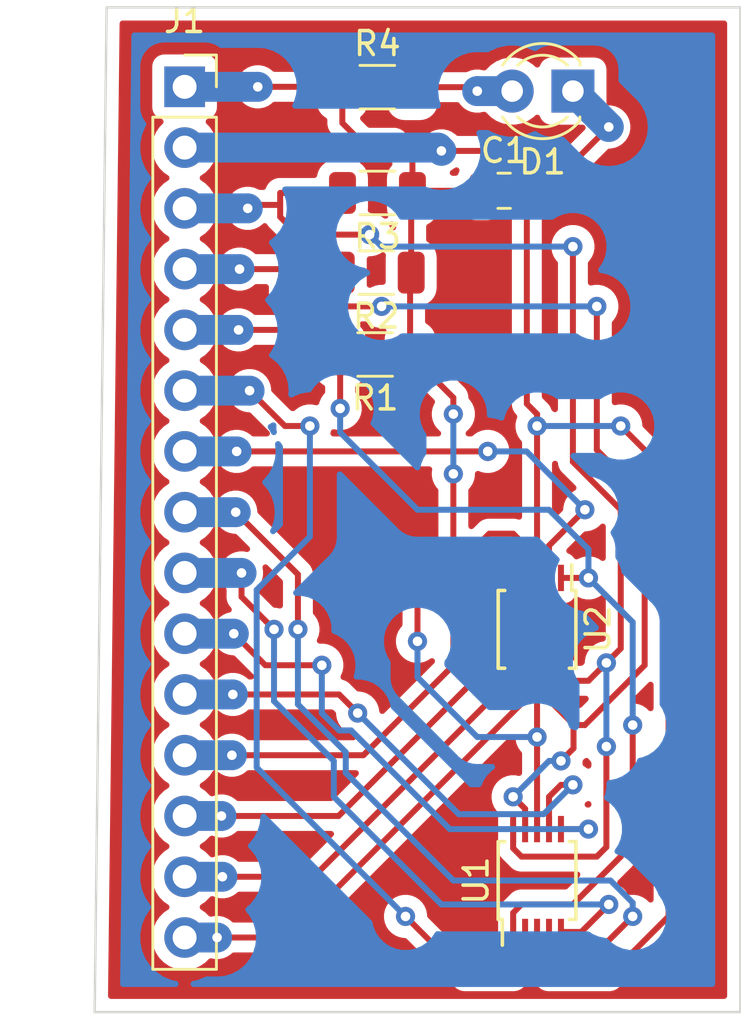
<source format=kicad_pcb>
(kicad_pcb (version 20171130) (host pcbnew "(5.1.9)-1")

  (general
    (thickness 1.6)
    (drawings 4)
    (tracks 298)
    (zones 0)
    (modules 9)
    (nets 17)
  )

  (page A4)
  (layers
    (0 F.Cu signal)
    (31 B.Cu signal)
    (32 B.Adhes user)
    (33 F.Adhes user)
    (34 B.Paste user)
    (35 F.Paste user)
    (36 B.SilkS user)
    (37 F.SilkS user)
    (38 B.Mask user)
    (39 F.Mask user)
    (40 Dwgs.User user)
    (41 Cmts.User user)
    (42 Eco1.User user)
    (43 Eco2.User user)
    (44 Edge.Cuts user)
    (45 Margin user)
    (46 B.CrtYd user)
    (47 F.CrtYd user)
    (48 B.Fab user)
    (49 F.Fab user)
  )

  (setup
    (last_trace_width 0.25)
    (user_trace_width 1.25)
    (trace_clearance 0.2)
    (zone_clearance 1)
    (zone_45_only no)
    (trace_min 0.2)
    (via_size 0.8)
    (via_drill 0.4)
    (via_min_size 0.4)
    (via_min_drill 0.3)
    (uvia_size 0.3)
    (uvia_drill 0.1)
    (uvias_allowed no)
    (uvia_min_size 0.2)
    (uvia_min_drill 0.1)
    (edge_width 0.05)
    (segment_width 0.2)
    (pcb_text_width 0.3)
    (pcb_text_size 1.5 1.5)
    (mod_edge_width 0.12)
    (mod_text_size 1 1)
    (mod_text_width 0.15)
    (pad_size 1.524 1.524)
    (pad_drill 0.762)
    (pad_to_mask_clearance 0)
    (aux_axis_origin 0 0)
    (visible_elements 7FFFFFFF)
    (pcbplotparams
      (layerselection 0x010fc_ffffffff)
      (usegerberextensions false)
      (usegerberattributes true)
      (usegerberadvancedattributes true)
      (creategerberjobfile true)
      (excludeedgelayer true)
      (linewidth 0.100000)
      (plotframeref false)
      (viasonmask false)
      (mode 1)
      (useauxorigin false)
      (hpglpennumber 1)
      (hpglpenspeed 20)
      (hpglpendiameter 15.000000)
      (psnegative false)
      (psa4output false)
      (plotreference true)
      (plotvalue true)
      (plotinvisibletext false)
      (padsonsilk false)
      (subtractmaskfromsilk false)
      (outputformat 1)
      (mirror false)
      (drillshape 1)
      (scaleselection 1)
      (outputdirectory ""))
  )

  (net 0 "")
  (net 1 VDD)
  (net 2 GND)
  (net 3 "Net-(D1-Pad2)")
  (net 4 "Net-(J1-Pad3)")
  (net 5 "Net-(J1-Pad4)")
  (net 6 "Net-(J1-Pad5)")
  (net 7 "Net-(J1-Pad6)")
  (net 8 "Net-(J1-Pad7)")
  (net 9 "Net-(J1-Pad8)")
  (net 10 "Net-(J1-Pad9)")
  (net 11 "Net-(J1-Pad10)")
  (net 12 "Net-(J1-Pad11)")
  (net 13 "Net-(J1-Pad12)")
  (net 14 "Net-(J1-Pad13)")
  (net 15 "Net-(J1-Pad14)")
  (net 16 "Net-(J1-Pad15)")

  (net_class Default "This is the default net class."
    (clearance 0.2)
    (trace_width 0.25)
    (via_dia 0.8)
    (via_drill 0.4)
    (uvia_dia 0.3)
    (uvia_drill 0.1)
    (add_net GND)
    (add_net "Net-(D1-Pad2)")
    (add_net "Net-(J1-Pad10)")
    (add_net "Net-(J1-Pad11)")
    (add_net "Net-(J1-Pad12)")
    (add_net "Net-(J1-Pad13)")
    (add_net "Net-(J1-Pad14)")
    (add_net "Net-(J1-Pad15)")
    (add_net "Net-(J1-Pad3)")
    (add_net "Net-(J1-Pad4)")
    (add_net "Net-(J1-Pad5)")
    (add_net "Net-(J1-Pad6)")
    (add_net "Net-(J1-Pad7)")
    (add_net "Net-(J1-Pad8)")
    (add_net "Net-(J1-Pad9)")
    (add_net VDD)
  )

  (module Package_SO:TSSOP-10_3x3mm_P0.5mm (layer F.Cu) (tedit 5F3E4A84) (tstamp 6198B847)
    (at 136.5 94 90)
    (descr "TSSOP10: plastic thin shrink small outline package; 10 leads; body width 3 mm; (see NXP SSOP-TSSOP-VSO-REFLOW.pdf and sot552-1_po.pdf)")
    (tags "SSOP 0.5")
    (path /619452DF)
    (attr smd)
    (fp_text reference U1 (at 0 -2.55 90) (layer F.SilkS)
      (effects (font (size 1 1) (thickness 0.15)))
    )
    (fp_text value ADS1115IDGS (at 0 2.55 90) (layer F.Fab)
      (effects (font (size 1 1) (thickness 0.15)))
    )
    (fp_line (start -1.625 -1.45) (end -2.7 -1.45) (layer F.SilkS) (width 0.15))
    (fp_line (start -1.625 1.625) (end 1.625 1.625) (layer F.SilkS) (width 0.15))
    (fp_line (start -1.625 -1.625) (end 1.625 -1.625) (layer F.SilkS) (width 0.15))
    (fp_line (start -1.625 1.625) (end -1.625 1.35) (layer F.SilkS) (width 0.15))
    (fp_line (start 1.625 1.625) (end 1.625 1.35) (layer F.SilkS) (width 0.15))
    (fp_line (start 1.625 -1.625) (end 1.625 -1.35) (layer F.SilkS) (width 0.15))
    (fp_line (start -1.625 -1.625) (end -1.625 -1.45) (layer F.SilkS) (width 0.15))
    (fp_line (start -2.95 1.8) (end 2.95 1.8) (layer F.CrtYd) (width 0.05))
    (fp_line (start -2.95 -1.8) (end 2.95 -1.8) (layer F.CrtYd) (width 0.05))
    (fp_line (start 2.95 -1.8) (end 2.95 1.8) (layer F.CrtYd) (width 0.05))
    (fp_line (start -2.95 -1.8) (end -2.95 1.8) (layer F.CrtYd) (width 0.05))
    (fp_line (start -1.5 -0.5) (end -0.5 -1.5) (layer F.Fab) (width 0.1))
    (fp_line (start -1.5 1.5) (end -1.5 -0.5) (layer F.Fab) (width 0.1))
    (fp_line (start 1.5 1.5) (end -1.5 1.5) (layer F.Fab) (width 0.1))
    (fp_line (start 1.5 -1.5) (end 1.5 1.5) (layer F.Fab) (width 0.1))
    (fp_line (start -0.5 -1.5) (end 1.5 -1.5) (layer F.Fab) (width 0.1))
    (fp_text user %R (at 0 0 90) (layer F.Fab)
      (effects (font (size 0.6 0.6) (thickness 0.1)))
    )
    (pad 1 smd rect (at -2.15 -1 90) (size 1.1 0.25) (layers F.Cu F.Paste F.Mask)
      (net 6 "Net-(J1-Pad5)"))
    (pad 2 smd rect (at -2.15 -0.5 90) (size 1.1 0.25) (layers F.Cu F.Paste F.Mask)
      (net 7 "Net-(J1-Pad6)"))
    (pad 3 smd rect (at -2.15 0 90) (size 1.1 0.25) (layers F.Cu F.Paste F.Mask)
      (net 2 GND))
    (pad 4 smd rect (at -2.15 0.5 90) (size 1.1 0.25) (layers F.Cu F.Paste F.Mask)
      (net 9 "Net-(J1-Pad8)"))
    (pad 5 smd rect (at -2.15 1 90) (size 1.1 0.25) (layers F.Cu F.Paste F.Mask)
      (net 10 "Net-(J1-Pad9)"))
    (pad 6 smd rect (at 2.15 1 90) (size 1.1 0.25) (layers F.Cu F.Paste F.Mask)
      (net 11 "Net-(J1-Pad10)"))
    (pad 7 smd rect (at 2.15 0.5 90) (size 1.1 0.25) (layers F.Cu F.Paste F.Mask)
      (net 12 "Net-(J1-Pad11)"))
    (pad 8 smd rect (at 2.15 0 90) (size 1.1 0.25) (layers F.Cu F.Paste F.Mask)
      (net 1 VDD))
    (pad 9 smd rect (at 2.15 -0.5 90) (size 1.1 0.25) (layers F.Cu F.Paste F.Mask)
      (net 5 "Net-(J1-Pad4)"))
    (pad 10 smd rect (at 2.15 -1 90) (size 1.1 0.25) (layers F.Cu F.Paste F.Mask)
      (net 4 "Net-(J1-Pad3)"))
    (model ${KISYS3DMOD}/Package_SO.3dshapes/TSSOP-10_3x3mm_P0.5mm.wrl
      (at (xyz 0 0 0))
      (scale (xyz 1 1 1))
      (rotate (xyz 0 0 0))
    )
  )

  (module Capacitor_SMD:C_0805_2012Metric (layer F.Cu) (tedit 5F68FEEE) (tstamp 6198AB96)
    (at 135.12288 65.16624)
    (descr "Capacitor SMD 0805 (2012 Metric), square (rectangular) end terminal, IPC_7351 nominal, (Body size source: IPC-SM-782 page 76, https://www.pcb-3d.com/wordpress/wp-content/uploads/ipc-sm-782a_amendment_1_and_2.pdf, https://docs.google.com/spreadsheets/d/1BsfQQcO9C6DZCsRaXUlFlo91Tg2WpOkGARC1WS5S8t0/edit?usp=sharing), generated with kicad-footprint-generator")
    (tags capacitor)
    (path /6198912D)
    (attr smd)
    (fp_text reference C1 (at 0 -1.68) (layer F.SilkS)
      (effects (font (size 1 1) (thickness 0.15)))
    )
    (fp_text value C (at 0 1.68) (layer F.Fab)
      (effects (font (size 1 1) (thickness 0.15)))
    )
    (fp_line (start -1 0.625) (end -1 -0.625) (layer F.Fab) (width 0.1))
    (fp_line (start -1 -0.625) (end 1 -0.625) (layer F.Fab) (width 0.1))
    (fp_line (start 1 -0.625) (end 1 0.625) (layer F.Fab) (width 0.1))
    (fp_line (start 1 0.625) (end -1 0.625) (layer F.Fab) (width 0.1))
    (fp_line (start -0.261252 -0.735) (end 0.261252 -0.735) (layer F.SilkS) (width 0.12))
    (fp_line (start -0.261252 0.735) (end 0.261252 0.735) (layer F.SilkS) (width 0.12))
    (fp_line (start -1.7 0.98) (end -1.7 -0.98) (layer F.CrtYd) (width 0.05))
    (fp_line (start -1.7 -0.98) (end 1.7 -0.98) (layer F.CrtYd) (width 0.05))
    (fp_line (start 1.7 -0.98) (end 1.7 0.98) (layer F.CrtYd) (width 0.05))
    (fp_line (start 1.7 0.98) (end -1.7 0.98) (layer F.CrtYd) (width 0.05))
    (fp_text user %R (at 0 0) (layer F.Fab)
      (effects (font (size 0.5 0.5) (thickness 0.08)))
    )
    (pad 1 smd roundrect (at -0.95 0) (size 1 1.45) (layers F.Cu F.Paste F.Mask) (roundrect_rratio 0.25)
      (net 1 VDD))
    (pad 2 smd roundrect (at 0.95 0) (size 1 1.45) (layers F.Cu F.Paste F.Mask) (roundrect_rratio 0.25)
      (net 2 GND))
    (model ${KISYS3DMOD}/Capacitor_SMD.3dshapes/C_0805_2012Metric.wrl
      (at (xyz 0 0 0))
      (scale (xyz 1 1 1))
      (rotate (xyz 0 0 0))
    )
  )

  (module LED_THT:LED_D3.0mm (layer F.Cu) (tedit 587A3A7B) (tstamp 6198ABA9)
    (at 138 61 180)
    (descr "LED, diameter 3.0mm, 2 pins")
    (tags "LED diameter 3.0mm 2 pins")
    (path /61989E46)
    (fp_text reference D1 (at 1.27 -2.96) (layer F.SilkS)
      (effects (font (size 1 1) (thickness 0.15)))
    )
    (fp_text value LED (at 1.27 2.96) (layer F.Fab)
      (effects (font (size 1 1) (thickness 0.15)))
    )
    (fp_circle (center 1.27 0) (end 2.77 0) (layer F.Fab) (width 0.1))
    (fp_line (start -0.23 -1.16619) (end -0.23 1.16619) (layer F.Fab) (width 0.1))
    (fp_line (start -0.29 -1.236) (end -0.29 -1.08) (layer F.SilkS) (width 0.12))
    (fp_line (start -0.29 1.08) (end -0.29 1.236) (layer F.SilkS) (width 0.12))
    (fp_line (start -1.15 -2.25) (end -1.15 2.25) (layer F.CrtYd) (width 0.05))
    (fp_line (start -1.15 2.25) (end 3.7 2.25) (layer F.CrtYd) (width 0.05))
    (fp_line (start 3.7 2.25) (end 3.7 -2.25) (layer F.CrtYd) (width 0.05))
    (fp_line (start 3.7 -2.25) (end -1.15 -2.25) (layer F.CrtYd) (width 0.05))
    (fp_arc (start 1.27 0) (end -0.23 -1.16619) (angle 284.3) (layer F.Fab) (width 0.1))
    (fp_arc (start 1.27 0) (end -0.29 -1.235516) (angle 108.8) (layer F.SilkS) (width 0.12))
    (fp_arc (start 1.27 0) (end -0.29 1.235516) (angle -108.8) (layer F.SilkS) (width 0.12))
    (fp_arc (start 1.27 0) (end 0.229039 -1.08) (angle 87.9) (layer F.SilkS) (width 0.12))
    (fp_arc (start 1.27 0) (end 0.229039 1.08) (angle -87.9) (layer F.SilkS) (width 0.12))
    (pad 1 thru_hole rect (at 0 0 180) (size 1.8 1.8) (drill 0.9) (layers *.Cu *.Mask)
      (net 2 GND))
    (pad 2 thru_hole circle (at 2.54 0 180) (size 1.8 1.8) (drill 0.9) (layers *.Cu *.Mask)
      (net 3 "Net-(D1-Pad2)"))
    (model ${KISYS3DMOD}/LED_THT.3dshapes/LED_D3.0mm.wrl
      (at (xyz 0 0 0))
      (scale (xyz 1 1 1))
      (rotate (xyz 0 0 0))
    )
  )

  (module Connector_PinSocket_2.54mm:PinSocket_1x15_P2.54mm_Vertical (layer F.Cu) (tedit 5A19A41D) (tstamp 6198ABCC)
    (at 121.761261 60.821581)
    (descr "Through hole straight socket strip, 1x15, 2.54mm pitch, single row (from Kicad 4.0.7), script generated")
    (tags "Through hole socket strip THT 1x15 2.54mm single row")
    (path /6194A39A)
    (fp_text reference J1 (at 0 -2.77) (layer F.SilkS)
      (effects (font (size 1 1) (thickness 0.15)))
    )
    (fp_text value Conn_01x14_Female (at 0 38.33) (layer F.Fab)
      (effects (font (size 1 1) (thickness 0.15)))
    )
    (fp_line (start -1.27 -1.27) (end 0.635 -1.27) (layer F.Fab) (width 0.1))
    (fp_line (start 0.635 -1.27) (end 1.27 -0.635) (layer F.Fab) (width 0.1))
    (fp_line (start 1.27 -0.635) (end 1.27 36.83) (layer F.Fab) (width 0.1))
    (fp_line (start 1.27 36.83) (end -1.27 36.83) (layer F.Fab) (width 0.1))
    (fp_line (start -1.27 36.83) (end -1.27 -1.27) (layer F.Fab) (width 0.1))
    (fp_line (start -1.33 1.27) (end 1.33 1.27) (layer F.SilkS) (width 0.12))
    (fp_line (start -1.33 1.27) (end -1.33 36.89) (layer F.SilkS) (width 0.12))
    (fp_line (start -1.33 36.89) (end 1.33 36.89) (layer F.SilkS) (width 0.12))
    (fp_line (start 1.33 1.27) (end 1.33 36.89) (layer F.SilkS) (width 0.12))
    (fp_line (start 1.33 -1.33) (end 1.33 0) (layer F.SilkS) (width 0.12))
    (fp_line (start 0 -1.33) (end 1.33 -1.33) (layer F.SilkS) (width 0.12))
    (fp_line (start -1.8 -1.8) (end 1.75 -1.8) (layer F.CrtYd) (width 0.05))
    (fp_line (start 1.75 -1.8) (end 1.75 37.3) (layer F.CrtYd) (width 0.05))
    (fp_line (start 1.75 37.3) (end -1.8 37.3) (layer F.CrtYd) (width 0.05))
    (fp_line (start -1.8 37.3) (end -1.8 -1.8) (layer F.CrtYd) (width 0.05))
    (fp_text user %R (at 0 17.78 90) (layer F.Fab)
      (effects (font (size 1 1) (thickness 0.15)))
    )
    (pad 1 thru_hole rect (at 0 0) (size 1.7 1.7) (drill 1) (layers *.Cu *.Mask)
      (net 1 VDD))
    (pad 2 thru_hole oval (at 0 2.54) (size 1.7 1.7) (drill 1) (layers *.Cu *.Mask)
      (net 2 GND))
    (pad 3 thru_hole oval (at 0 5.08) (size 1.7 1.7) (drill 1) (layers *.Cu *.Mask)
      (net 4 "Net-(J1-Pad3)"))
    (pad 4 thru_hole oval (at 0 7.62) (size 1.7 1.7) (drill 1) (layers *.Cu *.Mask)
      (net 5 "Net-(J1-Pad4)"))
    (pad 5 thru_hole oval (at 0 10.16) (size 1.7 1.7) (drill 1) (layers *.Cu *.Mask)
      (net 6 "Net-(J1-Pad5)"))
    (pad 6 thru_hole oval (at 0 12.7) (size 1.7 1.7) (drill 1) (layers *.Cu *.Mask)
      (net 7 "Net-(J1-Pad6)"))
    (pad 7 thru_hole oval (at 0 15.24) (size 1.7 1.7) (drill 1) (layers *.Cu *.Mask)
      (net 8 "Net-(J1-Pad7)"))
    (pad 8 thru_hole oval (at 0 17.78) (size 1.7 1.7) (drill 1) (layers *.Cu *.Mask)
      (net 9 "Net-(J1-Pad8)"))
    (pad 9 thru_hole oval (at 0 20.32) (size 1.7 1.7) (drill 1) (layers *.Cu *.Mask)
      (net 10 "Net-(J1-Pad9)"))
    (pad 10 thru_hole oval (at 0 22.86) (size 1.7 1.7) (drill 1) (layers *.Cu *.Mask)
      (net 11 "Net-(J1-Pad10)"))
    (pad 11 thru_hole oval (at 0 25.4) (size 1.7 1.7) (drill 1) (layers *.Cu *.Mask)
      (net 12 "Net-(J1-Pad11)"))
    (pad 12 thru_hole oval (at 0 27.94) (size 1.7 1.7) (drill 1) (layers *.Cu *.Mask)
      (net 13 "Net-(J1-Pad12)"))
    (pad 13 thru_hole oval (at 0 30.48) (size 1.7 1.7) (drill 1) (layers *.Cu *.Mask)
      (net 14 "Net-(J1-Pad13)"))
    (pad 14 thru_hole oval (at 0 33.02) (size 1.7 1.7) (drill 1) (layers *.Cu *.Mask)
      (net 15 "Net-(J1-Pad14)"))
    (pad 15 thru_hole oval (at 0 35.56) (size 1.7 1.7) (drill 1) (layers *.Cu *.Mask)
      (net 16 "Net-(J1-Pad15)"))
    (model ${KISYS3DMOD}/Connector_PinSocket_2.54mm.3dshapes/PinSocket_1x15_P2.54mm_Vertical.wrl
      (at (xyz 0 0 0))
      (scale (xyz 1 1 1))
      (rotate (xyz 0 0 0))
    )
  )

  (module Resistor_SMD:R_1206_3216Metric (layer F.Cu) (tedit 5F68FEEE) (tstamp 6198B203)
    (at 129.7285 72.009 180)
    (descr "Resistor SMD 1206 (3216 Metric), square (rectangular) end terminal, IPC_7351 nominal, (Body size source: IPC-SM-782 page 72, https://www.pcb-3d.com/wordpress/wp-content/uploads/ipc-sm-782a_amendment_1_and_2.pdf), generated with kicad-footprint-generator")
    (tags resistor)
    (path /6195119D)
    (attr smd)
    (fp_text reference R1 (at 0 -1.82) (layer F.SilkS)
      (effects (font (size 1 1) (thickness 0.15)))
    )
    (fp_text value R (at 0 1.82) (layer F.Fab)
      (effects (font (size 1 1) (thickness 0.15)))
    )
    (fp_line (start -1.6 0.8) (end -1.6 -0.8) (layer F.Fab) (width 0.1))
    (fp_line (start -1.6 -0.8) (end 1.6 -0.8) (layer F.Fab) (width 0.1))
    (fp_line (start 1.6 -0.8) (end 1.6 0.8) (layer F.Fab) (width 0.1))
    (fp_line (start 1.6 0.8) (end -1.6 0.8) (layer F.Fab) (width 0.1))
    (fp_line (start -0.727064 -0.91) (end 0.727064 -0.91) (layer F.SilkS) (width 0.12))
    (fp_line (start -0.727064 0.91) (end 0.727064 0.91) (layer F.SilkS) (width 0.12))
    (fp_line (start -2.28 1.12) (end -2.28 -1.12) (layer F.CrtYd) (width 0.05))
    (fp_line (start -2.28 -1.12) (end 2.28 -1.12) (layer F.CrtYd) (width 0.05))
    (fp_line (start 2.28 -1.12) (end 2.28 1.12) (layer F.CrtYd) (width 0.05))
    (fp_line (start 2.28 1.12) (end -2.28 1.12) (layer F.CrtYd) (width 0.05))
    (fp_text user %R (at 0 0) (layer F.Fab)
      (effects (font (size 0.8 0.8) (thickness 0.12)))
    )
    (pad 1 smd roundrect (at -1.4625 0 180) (size 1.125 1.75) (layers F.Cu F.Paste F.Mask) (roundrect_rratio 0.222222)
      (net 1 VDD))
    (pad 2 smd roundrect (at 1.4625 0 180) (size 1.125 1.75) (layers F.Cu F.Paste F.Mask) (roundrect_rratio 0.222222)
      (net 6 "Net-(J1-Pad5)"))
    (model ${KISYS3DMOD}/Resistor_SMD.3dshapes/R_1206_3216Metric.wrl
      (at (xyz 0 0 0))
      (scale (xyz 1 1 1))
      (rotate (xyz 0 0 0))
    )
  )

  (module Resistor_SMD:R_1206_3216Metric (layer F.Cu) (tedit 5F68FEEE) (tstamp 6198ABEE)
    (at 129.77422 68.58762 180)
    (descr "Resistor SMD 1206 (3216 Metric), square (rectangular) end terminal, IPC_7351 nominal, (Body size source: IPC-SM-782 page 72, https://www.pcb-3d.com/wordpress/wp-content/uploads/ipc-sm-782a_amendment_1_and_2.pdf), generated with kicad-footprint-generator")
    (tags resistor)
    (path /61951521)
    (attr smd)
    (fp_text reference R2 (at 0 -1.82) (layer F.SilkS)
      (effects (font (size 1 1) (thickness 0.15)))
    )
    (fp_text value R (at 0 1.82) (layer F.Fab)
      (effects (font (size 1 1) (thickness 0.15)))
    )
    (fp_line (start 2.28 1.12) (end -2.28 1.12) (layer F.CrtYd) (width 0.05))
    (fp_line (start 2.28 -1.12) (end 2.28 1.12) (layer F.CrtYd) (width 0.05))
    (fp_line (start -2.28 -1.12) (end 2.28 -1.12) (layer F.CrtYd) (width 0.05))
    (fp_line (start -2.28 1.12) (end -2.28 -1.12) (layer F.CrtYd) (width 0.05))
    (fp_line (start -0.727064 0.91) (end 0.727064 0.91) (layer F.SilkS) (width 0.12))
    (fp_line (start -0.727064 -0.91) (end 0.727064 -0.91) (layer F.SilkS) (width 0.12))
    (fp_line (start 1.6 0.8) (end -1.6 0.8) (layer F.Fab) (width 0.1))
    (fp_line (start 1.6 -0.8) (end 1.6 0.8) (layer F.Fab) (width 0.1))
    (fp_line (start -1.6 -0.8) (end 1.6 -0.8) (layer F.Fab) (width 0.1))
    (fp_line (start -1.6 0.8) (end -1.6 -0.8) (layer F.Fab) (width 0.1))
    (fp_text user %R (at 0 0) (layer F.Fab)
      (effects (font (size 0.8 0.8) (thickness 0.12)))
    )
    (pad 2 smd roundrect (at 1.4625 0 180) (size 1.125 1.75) (layers F.Cu F.Paste F.Mask) (roundrect_rratio 0.222222)
      (net 5 "Net-(J1-Pad4)"))
    (pad 1 smd roundrect (at -1.4625 0 180) (size 1.125 1.75) (layers F.Cu F.Paste F.Mask) (roundrect_rratio 0.222222)
      (net 1 VDD))
    (model ${KISYS3DMOD}/Resistor_SMD.3dshapes/R_1206_3216Metric.wrl
      (at (xyz 0 0 0))
      (scale (xyz 1 1 1))
      (rotate (xyz 0 0 0))
    )
  )

  (module Resistor_SMD:R_1206_3216Metric (layer F.Cu) (tedit 5F68FEEE) (tstamp 6198ABFF)
    (at 129.82648 65.25768 180)
    (descr "Resistor SMD 1206 (3216 Metric), square (rectangular) end terminal, IPC_7351 nominal, (Body size source: IPC-SM-782 page 72, https://www.pcb-3d.com/wordpress/wp-content/uploads/ipc-sm-782a_amendment_1_and_2.pdf), generated with kicad-footprint-generator")
    (tags resistor)
    (path /6195178F)
    (attr smd)
    (fp_text reference R3 (at 0 -1.82) (layer F.SilkS)
      (effects (font (size 1 1) (thickness 0.15)))
    )
    (fp_text value R (at 0 1.82) (layer F.Fab)
      (effects (font (size 1 1) (thickness 0.15)))
    )
    (fp_line (start -1.6 0.8) (end -1.6 -0.8) (layer F.Fab) (width 0.1))
    (fp_line (start -1.6 -0.8) (end 1.6 -0.8) (layer F.Fab) (width 0.1))
    (fp_line (start 1.6 -0.8) (end 1.6 0.8) (layer F.Fab) (width 0.1))
    (fp_line (start 1.6 0.8) (end -1.6 0.8) (layer F.Fab) (width 0.1))
    (fp_line (start -0.727064 -0.91) (end 0.727064 -0.91) (layer F.SilkS) (width 0.12))
    (fp_line (start -0.727064 0.91) (end 0.727064 0.91) (layer F.SilkS) (width 0.12))
    (fp_line (start -2.28 1.12) (end -2.28 -1.12) (layer F.CrtYd) (width 0.05))
    (fp_line (start -2.28 -1.12) (end 2.28 -1.12) (layer F.CrtYd) (width 0.05))
    (fp_line (start 2.28 -1.12) (end 2.28 1.12) (layer F.CrtYd) (width 0.05))
    (fp_line (start 2.28 1.12) (end -2.28 1.12) (layer F.CrtYd) (width 0.05))
    (fp_text user %R (at 0 0) (layer F.Fab)
      (effects (font (size 0.8 0.8) (thickness 0.12)))
    )
    (pad 1 smd roundrect (at -1.4625 0 180) (size 1.125 1.75) (layers F.Cu F.Paste F.Mask) (roundrect_rratio 0.222222)
      (net 1 VDD))
    (pad 2 smd roundrect (at 1.4625 0 180) (size 1.125 1.75) (layers F.Cu F.Paste F.Mask) (roundrect_rratio 0.222222)
      (net 4 "Net-(J1-Pad3)"))
    (model ${KISYS3DMOD}/Resistor_SMD.3dshapes/R_1206_3216Metric.wrl
      (at (xyz 0 0 0))
      (scale (xyz 1 1 1))
      (rotate (xyz 0 0 0))
    )
  )

  (module Resistor_SMD:R_1206_3216Metric (layer F.Cu) (tedit 5F68FEEE) (tstamp 6198AE8B)
    (at 129.81994 60.83554)
    (descr "Resistor SMD 1206 (3216 Metric), square (rectangular) end terminal, IPC_7351 nominal, (Body size source: IPC-SM-782 page 72, https://www.pcb-3d.com/wordpress/wp-content/uploads/ipc-sm-782a_amendment_1_and_2.pdf), generated with kicad-footprint-generator")
    (tags resistor)
    (path /619898D3)
    (attr smd)
    (fp_text reference R4 (at 0 -1.82) (layer F.SilkS)
      (effects (font (size 1 1) (thickness 0.15)))
    )
    (fp_text value R (at 0 1.82) (layer F.Fab)
      (effects (font (size 1 1) (thickness 0.15)))
    )
    (fp_line (start 2.28 1.12) (end -2.28 1.12) (layer F.CrtYd) (width 0.05))
    (fp_line (start 2.28 -1.12) (end 2.28 1.12) (layer F.CrtYd) (width 0.05))
    (fp_line (start -2.28 -1.12) (end 2.28 -1.12) (layer F.CrtYd) (width 0.05))
    (fp_line (start -2.28 1.12) (end -2.28 -1.12) (layer F.CrtYd) (width 0.05))
    (fp_line (start -0.727064 0.91) (end 0.727064 0.91) (layer F.SilkS) (width 0.12))
    (fp_line (start -0.727064 -0.91) (end 0.727064 -0.91) (layer F.SilkS) (width 0.12))
    (fp_line (start 1.6 0.8) (end -1.6 0.8) (layer F.Fab) (width 0.1))
    (fp_line (start 1.6 -0.8) (end 1.6 0.8) (layer F.Fab) (width 0.1))
    (fp_line (start -1.6 -0.8) (end 1.6 -0.8) (layer F.Fab) (width 0.1))
    (fp_line (start -1.6 0.8) (end -1.6 -0.8) (layer F.Fab) (width 0.1))
    (fp_text user %R (at 0 0) (layer F.Fab)
      (effects (font (size 0.8 0.8) (thickness 0.12)))
    )
    (pad 2 smd roundrect (at 1.4625 0) (size 1.125 1.75) (layers F.Cu F.Paste F.Mask) (roundrect_rratio 0.222222)
      (net 3 "Net-(D1-Pad2)"))
    (pad 1 smd roundrect (at -1.4625 0) (size 1.125 1.75) (layers F.Cu F.Paste F.Mask) (roundrect_rratio 0.222222)
      (net 1 VDD))
    (model ${KISYS3DMOD}/Resistor_SMD.3dshapes/R_1206_3216Metric.wrl
      (at (xyz 0 0 0))
      (scale (xyz 1 1 1))
      (rotate (xyz 0 0 0))
    )
  )

  (module Package_SO:TSSOP-10_3x3mm_P0.5mm (layer F.Cu) (tedit 5F3E4A84) (tstamp 6198AC4E)
    (at 136.5 83.5 270)
    (descr "TSSOP10: plastic thin shrink small outline package; 10 leads; body width 3 mm; (see NXP SSOP-TSSOP-VSO-REFLOW.pdf and sot552-1_po.pdf)")
    (tags "SSOP 0.5")
    (path /61945F89)
    (attr smd)
    (fp_text reference U2 (at 0 -2.55 90) (layer F.SilkS)
      (effects (font (size 1 1) (thickness 0.15)))
    )
    (fp_text value ADS1115IDGS (at 0 2.55 90) (layer F.Fab)
      (effects (font (size 1 1) (thickness 0.15)))
    )
    (fp_line (start -0.5 -1.5) (end 1.5 -1.5) (layer F.Fab) (width 0.1))
    (fp_line (start 1.5 -1.5) (end 1.5 1.5) (layer F.Fab) (width 0.1))
    (fp_line (start 1.5 1.5) (end -1.5 1.5) (layer F.Fab) (width 0.1))
    (fp_line (start -1.5 1.5) (end -1.5 -0.5) (layer F.Fab) (width 0.1))
    (fp_line (start -1.5 -0.5) (end -0.5 -1.5) (layer F.Fab) (width 0.1))
    (fp_line (start -2.95 -1.8) (end -2.95 1.8) (layer F.CrtYd) (width 0.05))
    (fp_line (start 2.95 -1.8) (end 2.95 1.8) (layer F.CrtYd) (width 0.05))
    (fp_line (start -2.95 -1.8) (end 2.95 -1.8) (layer F.CrtYd) (width 0.05))
    (fp_line (start -2.95 1.8) (end 2.95 1.8) (layer F.CrtYd) (width 0.05))
    (fp_line (start -1.625 -1.625) (end -1.625 -1.45) (layer F.SilkS) (width 0.15))
    (fp_line (start 1.625 -1.625) (end 1.625 -1.35) (layer F.SilkS) (width 0.15))
    (fp_line (start 1.625 1.625) (end 1.625 1.35) (layer F.SilkS) (width 0.15))
    (fp_line (start -1.625 1.625) (end -1.625 1.35) (layer F.SilkS) (width 0.15))
    (fp_line (start -1.625 -1.625) (end 1.625 -1.625) (layer F.SilkS) (width 0.15))
    (fp_line (start -1.625 1.625) (end 1.625 1.625) (layer F.SilkS) (width 0.15))
    (fp_line (start -1.625 -1.45) (end -2.7 -1.45) (layer F.SilkS) (width 0.15))
    (fp_text user %R (at 0 0 90) (layer F.Fab)
      (effects (font (size 0.6 0.6) (thickness 0.1)))
    )
    (pad 10 smd rect (at 2.15 -1 270) (size 1.1 0.25) (layers F.Cu F.Paste F.Mask)
      (net 4 "Net-(J1-Pad3)"))
    (pad 9 smd rect (at 2.15 -0.5 270) (size 1.1 0.25) (layers F.Cu F.Paste F.Mask)
      (net 5 "Net-(J1-Pad4)"))
    (pad 8 smd rect (at 2.15 0 270) (size 1.1 0.25) (layers F.Cu F.Paste F.Mask)
      (net 1 VDD))
    (pad 7 smd rect (at 2.15 0.5 270) (size 1.1 0.25) (layers F.Cu F.Paste F.Mask)
      (net 16 "Net-(J1-Pad15)"))
    (pad 6 smd rect (at 2.15 1 270) (size 1.1 0.25) (layers F.Cu F.Paste F.Mask)
      (net 15 "Net-(J1-Pad14)"))
    (pad 5 smd rect (at -2.15 1 270) (size 1.1 0.25) (layers F.Cu F.Paste F.Mask)
      (net 14 "Net-(J1-Pad13)"))
    (pad 4 smd rect (at -2.15 0.5 270) (size 1.1 0.25) (layers F.Cu F.Paste F.Mask)
      (net 13 "Net-(J1-Pad12)"))
    (pad 3 smd rect (at -2.15 0 270) (size 1.1 0.25) (layers F.Cu F.Paste F.Mask)
      (net 2 GND))
    (pad 2 smd rect (at -2.15 -0.5 270) (size 1.1 0.25) (layers F.Cu F.Paste F.Mask)
      (net 8 "Net-(J1-Pad7)"))
    (pad 1 smd rect (at -2.15 -1 270) (size 1.1 0.25) (layers F.Cu F.Paste F.Mask)
      (net 6 "Net-(J1-Pad5)"))
    (model ${KISYS3DMOD}/Package_SO.3dshapes/TSSOP-10_3x3mm_P0.5mm.wrl
      (at (xyz 0 0 0))
      (scale (xyz 1 1 1))
      (rotate (xyz 0 0 0))
    )
  )

  (gr_line (start 145 57.5) (end 145 99.5) (layer Edge.Cuts) (width 0.1))
  (gr_line (start 118.5 57.5) (end 145 57.5) (layer Edge.Cuts) (width 0.1))
  (gr_line (start 118 99.5) (end 118.5 57.5) (layer Edge.Cuts) (width 0.1))
  (gr_line (start 145 99.5) (end 118 99.5) (layer Edge.Cuts) (width 0.1))

  (segment (start 131.38042 65.16624) (end 131.28898 65.25768) (width 0.25) (layer F.Cu) (net 1))
  (segment (start 134.17288 65.16624) (end 131.38042 65.16624) (width 0.25) (layer F.Cu) (net 1))
  (segment (start 131.191 68.63334) (end 131.23672 68.58762) (width 0.25) (layer F.Cu) (net 1))
  (segment (start 131.191 72.009) (end 131.191 68.63334) (width 0.25) (layer F.Cu) (net 1))
  (segment (start 131.23672 65.30994) (end 131.28898 65.25768) (width 0.25) (layer F.Cu) (net 1))
  (segment (start 131.23672 68.58762) (end 131.23672 65.30994) (width 0.25) (layer F.Cu) (net 1))
  (segment (start 136.5 85.65) (end 136.5 88) (width 0.25) (layer F.Cu) (net 1))
  (segment (start 136.5 88.5) (end 136.5 91.85) (width 0.25) (layer F.Cu) (net 1) (tstamp 6198B8E9))
  (segment (start 131.191 72.009) (end 133 73.818) (width 0.25) (layer F.Cu) (net 1))
  (segment (start 133 73.818) (end 133 74.5) (width 0.25) (layer F.Cu) (net 1))
  (segment (start 133 74.5) (end 133 74.5) (width 0.25) (layer F.Cu) (net 1) (tstamp 6198B91F))
  (via (at 133 74.5) (size 0.8) (drill 0.4) (layers F.Cu B.Cu) (net 1))
  (segment (start 133 74.5) (end 133 77) (width 0.25) (layer B.Cu) (net 1))
  (segment (start 133 77) (end 133 77) (width 0.25) (layer B.Cu) (net 1) (tstamp 6198B92B))
  (segment (start 133 77) (end 133 77) (width 0.25) (layer B.Cu) (net 1) (tstamp 6198B948))
  (via (at 133 77) (size 0.8) (drill 0.4) (layers F.Cu B.Cu) (net 1))
  (segment (start 136.5 88) (end 136.5 88.5) (width 0.25) (layer F.Cu) (net 1) (tstamp 6198B954))
  (via (at 136.5 88) (size 0.8) (drill 0.4) (layers F.Cu B.Cu) (net 1))
  (segment (start 133 77) (end 133 80) (width 0.25) (layer F.Cu) (net 1))
  (segment (start 133 80) (end 131.5 81.5) (width 0.25) (layer F.Cu) (net 1))
  (segment (start 131.5 81.5) (end 131.5 84) (width 0.25) (layer F.Cu) (net 1))
  (segment (start 131.5 84) (end 131.5 84) (width 0.25) (layer F.Cu) (net 1) (tstamp 6198B960))
  (via (at 131.5 84) (size 0.8) (drill 0.4) (layers F.Cu B.Cu) (net 1))
  (segment (start 131.5 84) (end 131.5 85.5) (width 0.25) (layer B.Cu) (net 1))
  (segment (start 134 88) (end 136.5 88) (width 0.25) (layer B.Cu) (net 1))
  (segment (start 131.5 85.5) (end 134 88) (width 0.25) (layer B.Cu) (net 1))
  (segment (start 128.35744 60.83554) (end 128.35744 62.33268) (width 0.25) (layer F.Cu) (net 1))
  (segment (start 131.28898 63.94088) (end 131.28898 65.25768) (width 0.25) (layer F.Cu) (net 1))
  (segment (start 130.50774 63.15964) (end 131.28898 63.94088) (width 0.25) (layer F.Cu) (net 1))
  (segment (start 129.1844 63.15964) (end 130.50774 63.15964) (width 0.25) (layer F.Cu) (net 1))
  (segment (start 128.35744 62.33268) (end 129.1844 63.15964) (width 0.25) (layer F.Cu) (net 1))
  (segment (start 121.761261 60.821581) (end 124.821581 60.821581) (width 1.25) (layer B.Cu) (net 1))
  (segment (start 124.821581 60.821581) (end 124.821581 60.821581) (width 1.25) (layer B.Cu) (net 1) (tstamp 6198BA90))
  (via (at 124.821581 60.821581) (size 0.8) (drill 0.4) (layers F.Cu B.Cu) (net 1))
  (segment (start 128.343481 60.821581) (end 128.35744 60.83554) (width 0.25) (layer F.Cu) (net 1))
  (segment (start 124.821581 60.821581) (end 128.343481 60.821581) (width 0.25) (layer F.Cu) (net 1))
  (segment (start 136.5 81.35) (end 136.5 75) (width 0.25) (layer F.Cu) (net 2))
  (segment (start 136.07288 74.07288) (end 136.07288 65.16624) (width 0.25) (layer F.Cu) (net 2))
  (segment (start 136.5 74.5) (end 136.07288 74.07288) (width 0.25) (layer F.Cu) (net 2))
  (segment (start 136.07288 65.16624) (end 134.40664 63.5) (width 0.25) (layer F.Cu) (net 2))
  (segment (start 134.40664 63.5) (end 132.5 63.5) (width 0.25) (layer F.Cu) (net 2))
  (segment (start 138 61) (end 139.5 62.5) (width 1.25) (layer B.Cu) (net 2))
  (segment (start 139.5 62.5) (end 139.5 62.5) (width 1.25) (layer B.Cu) (net 2) (tstamp 6198B9E7))
  (via (at 139.5 62.5) (size 0.8) (drill 0.4) (layers F.Cu B.Cu) (net 2))
  (segment (start 136.83376 65.16624) (end 139.5 62.5) (width 0.25) (layer F.Cu) (net 2))
  (segment (start 136.07288 65.16624) (end 136.83376 65.16624) (width 0.25) (layer F.Cu) (net 2))
  (segment (start 132.5 63.5) (end 132.5 63.5) (width 0.25) (layer F.Cu) (net 2) (tstamp 6198BA09))
  (segment (start 132.5 63.5) (end 132.5 63.5) (width 0.25) (layer F.Cu) (net 2) (tstamp 6198BA39))
  (via (at 132.5 63.5) (size 0.8) (drill 0.4) (layers F.Cu B.Cu) (net 2))
  (segment (start 132.361581 63.361581) (end 132.5 63.5) (width 1.25) (layer B.Cu) (net 2))
  (segment (start 121.761261 63.361581) (end 132.361581 63.361581) (width 1.25) (layer B.Cu) (net 2))
  (segment (start 136.5 75) (end 136.5 74.5) (width 0.25) (layer F.Cu) (net 2) (tstamp 6198BB02))
  (via (at 136.5 75) (size 0.8) (drill 0.4) (layers F.Cu B.Cu) (net 2))
  (segment (start 136.5 75) (end 140 75) (width 0.25) (layer B.Cu) (net 2))
  (segment (start 140 75) (end 140 75) (width 0.25) (layer B.Cu) (net 2) (tstamp 6198BB28))
  (via (at 140 75) (size 0.8) (drill 0.4) (layers F.Cu B.Cu) (net 2))
  (segment (start 142 77) (end 142 95.5) (width 0.25) (layer F.Cu) (net 2))
  (segment (start 136.5 96.15) (end 136.5 97) (width 0.25) (layer F.Cu) (net 2))
  (segment (start 136.5 97) (end 136.5 97.5) (width 0.25) (layer F.Cu) (net 2))
  (segment (start 142 95.5) (end 139.5 98) (width 0.25) (layer F.Cu) (net 2))
  (segment (start 139.5 98) (end 137.5 98) (width 0.25) (layer F.Cu) (net 2))
  (segment (start 140 75) (end 142 77) (width 0.25) (layer F.Cu) (net 2))
  (segment (start 137.5 98) (end 137 98) (width 0.25) (layer F.Cu) (net 2))
  (segment (start 136.5 97.5) (end 137 98) (width 0.25) (layer F.Cu) (net 2))
  (segment (start 135.46 61) (end 134 61) (width 1.25) (layer B.Cu) (net 3))
  (segment (start 134 61) (end 134 61) (width 1.25) (layer B.Cu) (net 3) (tstamp 6198B9E5))
  (via (at 134 61) (size 0.8) (drill 0.4) (layers F.Cu B.Cu) (net 3))
  (segment (start 134 61) (end 134 61) (width 1.25) (layer B.Cu) (net 3) (tstamp 6198B9E9))
  (via (at 134 61) (size 0.8) (drill 0.4) (layers F.Cu B.Cu) (net 3))
  (segment (start 133.83554 60.83554) (end 134 61) (width 0.25) (layer F.Cu) (net 3))
  (segment (start 131.28244 60.83554) (end 133.83554 60.83554) (width 0.25) (layer F.Cu) (net 3))
  (segment (start 137.5 85.65) (end 138.65 85.65) (width 0.25) (layer F.Cu) (net 4))
  (segment (start 138.65 85.65) (end 138.65 85.65) (width 0.25) (layer F.Cu) (net 4) (tstamp 6198B898))
  (segment (start 138.65 85.65) (end 139.4 84.9) (width 0.25) (layer F.Cu) (net 4))
  (segment (start 140 84.3) (end 140 78.926998) (width 0.25) (layer F.Cu) (net 4))
  (segment (start 140 78.926998) (end 140 78.5) (width 0.25) (layer F.Cu) (net 4))
  (segment (start 140 78.5) (end 138 76.5) (width 0.25) (layer F.Cu) (net 4))
  (segment (start 138 76.5) (end 138 70) (width 0.25) (layer F.Cu) (net 4))
  (segment (start 138 70) (end 138 67.5) (width 0.25) (layer F.Cu) (net 4))
  (segment (start 138 67.5) (end 138 67.5) (width 0.25) (layer F.Cu) (net 4) (tstamp 6198B980))
  (via (at 138 67.5) (size 0.8) (drill 0.4) (layers F.Cu B.Cu) (net 4))
  (segment (start 128.36398 65.25768) (end 125.75768 65.25768) (width 0.25) (layer F.Cu) (net 4))
  (segment (start 125.75768 66.25768) (end 126.5 67) (width 0.25) (layer F.Cu) (net 4))
  (segment (start 126.5 67) (end 128 67) (width 0.25) (layer F.Cu) (net 4))
  (segment (start 128 67) (end 129.5 67) (width 0.25) (layer F.Cu) (net 4))
  (segment (start 129.5 67) (end 129.5 67) (width 0.25) (layer F.Cu) (net 4) (tstamp 6198B99A))
  (via (at 129.5 67) (size 0.8) (drill 0.4) (layers F.Cu B.Cu) (net 4))
  (segment (start 130 67.5) (end 129.5 67) (width 0.25) (layer B.Cu) (net 4))
  (segment (start 138 67.5) (end 130 67.5) (width 0.25) (layer B.Cu) (net 4))
  (segment (start 121.761261 65.901581) (end 124.401581 65.901581) (width 1.25) (layer B.Cu) (net 4))
  (segment (start 124.401581 65.901581) (end 124.401581 65.901581) (width 1.25) (layer B.Cu) (net 4) (tstamp 6198BAA6))
  (via (at 124.401581 65.901581) (size 0.8) (drill 0.4) (layers F.Cu B.Cu) (net 4))
  (segment (start 124.545482 65.75768) (end 124.401581 65.901581) (width 0.25) (layer F.Cu) (net 4))
  (segment (start 125.75768 65.75768) (end 124.545482 65.75768) (width 0.25) (layer F.Cu) (net 4))
  (segment (start 125.75768 65.25768) (end 125.75768 65.75768) (width 0.25) (layer F.Cu) (net 4))
  (segment (start 125.75768 65.75768) (end 125.75768 66.25768) (width 0.25) (layer F.Cu) (net 4))
  (segment (start 139.4 84.9) (end 140 84.3) (width 0.25) (layer F.Cu) (net 4) (tstamp 6198BC58))
  (via (at 139.4 84.9) (size 0.8) (drill 0.4) (layers F.Cu B.Cu) (net 4))
  (segment (start 139.4 84.9) (end 139.4 88.4) (width 0.25) (layer B.Cu) (net 4))
  (segment (start 139.4 88.4) (end 139.4 88.4) (width 0.25) (layer B.Cu) (net 4) (tstamp 6198BC64))
  (via (at 139.4 88.4) (size 0.8) (drill 0.4) (layers F.Cu B.Cu) (net 4))
  (segment (start 139.4 92.6) (end 139.4 88.4) (width 0.25) (layer F.Cu) (net 4))
  (segment (start 139 93) (end 139.4 92.6) (width 0.25) (layer F.Cu) (net 4))
  (segment (start 135.85 93) (end 139 93) (width 0.25) (layer F.Cu) (net 4))
  (segment (start 135.5 92.65) (end 135.85 93) (width 0.25) (layer F.Cu) (net 4))
  (segment (start 135.5 91.85) (end 135.5 92.65) (width 0.25) (layer F.Cu) (net 4))
  (segment (start 137 86.45) (end 138.025 87.475) (width 0.25) (layer F.Cu) (net 5))
  (segment (start 137 85.65) (end 137 86.45) (width 0.25) (layer F.Cu) (net 5))
  (segment (start 138.05 87.5) (end 138.5 87.5) (width 0.25) (layer F.Cu) (net 5))
  (segment (start 138.5 87.5) (end 138.5 87.5) (width 0.25) (layer F.Cu) (net 5) (tstamp 6198B89A))
  (segment (start 138.5 87.5) (end 138.5 87.5) (width 0.25) (layer F.Cu) (net 5) (tstamp 6198B8E5))
  (segment (start 138.5 87.5) (end 141 85) (width 0.25) (layer F.Cu) (net 5))
  (segment (start 141 85) (end 141 78) (width 0.25) (layer F.Cu) (net 5))
  (segment (start 141 78) (end 139 76) (width 0.25) (layer F.Cu) (net 5))
  (segment (start 139 76) (end 139 70) (width 0.25) (layer F.Cu) (net 5))
  (segment (start 139 70) (end 139 70) (width 0.25) (layer F.Cu) (net 5) (tstamp 6198B982))
  (via (at 139 70) (size 0.8) (drill 0.4) (layers F.Cu B.Cu) (net 5))
  (segment (start 125.91238 68.58762) (end 125.91238 69.41238) (width 0.25) (layer F.Cu) (net 5))
  (segment (start 128.31172 68.58762) (end 125.91238 68.58762) (width 0.25) (layer F.Cu) (net 5))
  (segment (start 125.91238 69.41238) (end 126.5 70) (width 0.25) (layer F.Cu) (net 5))
  (segment (start 126.5 70) (end 130 70) (width 0.25) (layer F.Cu) (net 5))
  (segment (start 130 70) (end 130 70) (width 0.25) (layer F.Cu) (net 5) (tstamp 6198B998))
  (via (at 130 70) (size 0.8) (drill 0.4) (layers F.Cu B.Cu) (net 5))
  (segment (start 139 70) (end 130 70) (width 0.25) (layer B.Cu) (net 5))
  (segment (start 121.761261 68.441581) (end 124.058419 68.441581) (width 1.25) (layer B.Cu) (net 5))
  (segment (start 124.058419 68.441581) (end 124.058419 68.441581) (width 1.25) (layer B.Cu) (net 5) (tstamp 6198BA8E))
  (via (at 124.058419 68.441581) (size 0.8) (drill 0.4) (layers F.Cu B.Cu) (net 5))
  (segment (start 125.766341 68.441581) (end 125.91238 68.58762) (width 0.25) (layer F.Cu) (net 5))
  (segment (start 124.058419 68.441581) (end 125.766341 68.441581) (width 0.25) (layer F.Cu) (net 5))
  (segment (start 136 91.85) (end 136 91) (width 0.25) (layer F.Cu) (net 5))
  (segment (start 136 91) (end 135.5 90.5) (width 0.25) (layer F.Cu) (net 5))
  (segment (start 135.5 90.5) (end 135.5 90.5) (width 0.25) (layer F.Cu) (net 5) (tstamp 6198BC29))
  (via (at 135.5 90.5) (size 0.8) (drill 0.4) (layers F.Cu B.Cu) (net 5))
  (segment (start 138.025 87.475) (end 138.05 87.5) (width 0.25) (layer F.Cu) (net 5) (tstamp 6198BC2B))
  (segment (start 135.5 90.5) (end 137 89) (width 0.25) (layer B.Cu) (net 5))
  (segment (start 137 89) (end 137.5 89) (width 0.25) (layer B.Cu) (net 5))
  (segment (start 137.5 89) (end 137.5 89) (width 0.25) (layer B.Cu) (net 5) (tstamp 6198BC41))
  (via (at 137.5 89) (size 0.8) (drill 0.4) (layers F.Cu B.Cu) (net 5))
  (segment (start 138.025 88.475) (end 137.5 89) (width 0.25) (layer F.Cu) (net 5))
  (segment (start 138.025 87.475) (end 138.025 88.475) (width 0.25) (layer F.Cu) (net 5))
  (segment (start 137.5 81.35) (end 138.65 81.35) (width 0.25) (layer F.Cu) (net 6))
  (segment (start 138.65 81.35) (end 138.85 81.35) (width 0.25) (layer F.Cu) (net 6) (tstamp 6198B556))
  (via (at 138.65 81.35) (size 0.8) (drill 0.4) (layers F.Cu B.Cu) (net 6))
  (segment (start 128.266 72.009) (end 128.266 74.266) (width 0.25) (layer F.Cu) (net 6))
  (segment (start 128.266 74.266) (end 128.266 74.266) (width 0.25) (layer F.Cu) (net 6) (tstamp 6198B582))
  (via (at 128.266 74.266) (size 0.8) (drill 0.4) (layers F.Cu B.Cu) (net 6))
  (segment (start 128.266 74.266) (end 128.266 75.266) (width 0.25) (layer B.Cu) (net 6))
  (segment (start 128.266 75.266) (end 131.5 78.5) (width 0.25) (layer B.Cu) (net 6))
  (segment (start 131.5 78.5) (end 137 78.5) (width 0.25) (layer B.Cu) (net 6))
  (segment (start 138.65 80.15) (end 138.65 81.35) (width 0.25) (layer B.Cu) (net 6))
  (segment (start 137 78.5) (end 138.65 80.15) (width 0.25) (layer B.Cu) (net 6))
  (segment (start 121.761261 70.981581) (end 124.018419 70.981581) (width 1.25) (layer B.Cu) (net 6))
  (segment (start 124.018419 70.981581) (end 124.018419 70.981581) (width 1.25) (layer B.Cu) (net 6) (tstamp 6198BA8C))
  (via (at 124.018419 70.981581) (size 0.8) (drill 0.4) (layers F.Cu B.Cu) (net 6))
  (segment (start 127.238581 70.981581) (end 128.266 72.009) (width 0.25) (layer F.Cu) (net 6))
  (segment (start 124.018419 70.981581) (end 127.238581 70.981581) (width 0.25) (layer F.Cu) (net 6))
  (segment (start 138.65 81.35) (end 140.5 83.2) (width 0.25) (layer B.Cu) (net 6))
  (segment (start 140.5 83.2) (end 140.5 87.5) (width 0.25) (layer B.Cu) (net 6))
  (segment (start 140.5 87.5) (end 140.5 87.5) (width 0.25) (layer B.Cu) (net 6) (tstamp 6198BCA5))
  (via (at 140.5 87.5) (size 0.8) (drill 0.4) (layers F.Cu B.Cu) (net 6))
  (segment (start 140.5 92.13641) (end 140 92.63641) (width 0.25) (layer F.Cu) (net 6))
  (segment (start 140.5 87.5) (end 140.5 92.13641) (width 0.25) (layer F.Cu) (net 6))
  (segment (start 140 92.63641) (end 140 93) (width 0.25) (layer F.Cu) (net 6))
  (segment (start 140 93) (end 138 95) (width 0.25) (layer F.Cu) (net 6))
  (segment (start 135.5 95.35) (end 135.5 96.15) (width 0.25) (layer F.Cu) (net 6))
  (segment (start 135.85 95) (end 135.5 95.35) (width 0.25) (layer F.Cu) (net 6))
  (segment (start 138 95) (end 135.85 95) (width 0.25) (layer F.Cu) (net 6))
  (segment (start 121.761261 73.521581) (end 124.478419 73.521581) (width 1.25) (layer B.Cu) (net 7))
  (segment (start 124.478419 73.521581) (end 124.478419 73.521581) (width 1.25) (layer B.Cu) (net 7) (tstamp 6198BA8A))
  (via (at 124.478419 73.521581) (size 0.8) (drill 0.4) (layers F.Cu B.Cu) (net 7))
  (segment (start 136 96.15) (end 136 97.5) (width 0.25) (layer F.Cu) (net 7))
  (segment (start 136 97.5) (end 135.5 98) (width 0.25) (layer F.Cu) (net 7))
  (segment (start 135.5 98) (end 133.5 98) (width 0.25) (layer F.Cu) (net 7))
  (segment (start 133.5 98) (end 131 95.5) (width 0.25) (layer F.Cu) (net 7))
  (segment (start 131 95.5) (end 131 95.5) (width 0.25) (layer F.Cu) (net 7) (tstamp 6198BD30))
  (via (at 131 95.5) (size 0.8) (drill 0.4) (layers F.Cu B.Cu) (net 7))
  (segment (start 124.774999 81.85168) (end 127 79.626679) (width 0.25) (layer B.Cu) (net 7))
  (segment (start 124.774999 89.274999) (end 124.774999 81.85168) (width 0.25) (layer B.Cu) (net 7))
  (segment (start 131 95.5) (end 124.774999 89.274999) (width 0.25) (layer B.Cu) (net 7))
  (segment (start 127 79.626679) (end 127 75) (width 0.25) (layer B.Cu) (net 7))
  (segment (start 127 75) (end 127 75) (width 0.25) (layer B.Cu) (net 7) (tstamp 6198BE20))
  (via (at 127 75) (size 0.8) (drill 0.4) (layers F.Cu B.Cu) (net 7))
  (segment (start 125.956838 75) (end 124.478419 73.521581) (width 0.25) (layer F.Cu) (net 7))
  (segment (start 127 75) (end 125.956838 75) (width 0.25) (layer F.Cu) (net 7))
  (segment (start 137 81.35) (end 137 80) (width 0.25) (layer F.Cu) (net 8))
  (segment (start 137 80) (end 138.5 78.5) (width 0.25) (layer F.Cu) (net 8))
  (segment (start 138.5 78.5) (end 138.5 78.5) (width 0.25) (layer F.Cu) (net 8) (tstamp 6198B5D5))
  (via (at 138.5 78.5) (size 0.8) (drill 0.4) (layers F.Cu B.Cu) (net 8))
  (segment (start 134.438419 76.061581) (end 134.438419 76.061581) (width 0.25) (layer F.Cu) (net 8) (tstamp 6198B5E1))
  (via (at 134.438419 76.061581) (size 0.8) (drill 0.4) (layers F.Cu B.Cu) (net 8))
  (segment (start 134.438419 76.061581) (end 134.438419 76.061581) (width 0.25) (layer F.Cu) (net 8) (tstamp 6198B5E3))
  (via (at 134.438419 76.061581) (size 0.8) (drill 0.4) (layers F.Cu B.Cu) (net 8))
  (segment (start 136.061581 76.061581) (end 138.5 78.5) (width 0.25) (layer B.Cu) (net 8))
  (segment (start 134.438419 76.061581) (end 136.061581 76.061581) (width 0.25) (layer B.Cu) (net 8))
  (segment (start 121.761261 76.061581) (end 123.938419 76.061581) (width 1.25) (layer B.Cu) (net 8))
  (segment (start 123.938419 76.061581) (end 123.938419 76.061581) (width 1.25) (layer B.Cu) (net 8) (tstamp 6198BA88))
  (via (at 123.938419 76.061581) (size 0.8) (drill 0.4) (layers F.Cu B.Cu) (net 8))
  (segment (start 134.438419 76.061581) (end 123.938419 76.061581) (width 0.25) (layer F.Cu) (net 8))
  (segment (start 121.761261 78.601581) (end 123.898419 78.601581) (width 1.25) (layer B.Cu) (net 9))
  (segment (start 123.898419 78.601581) (end 123.898419 78.601581) (width 1.25) (layer B.Cu) (net 9) (tstamp 6198BA86))
  (via (at 123.898419 78.601581) (size 0.8) (drill 0.4) (layers F.Cu B.Cu) (net 9))
  (segment (start 137 96.86359) (end 137.63641 97.5) (width 0.25) (layer F.Cu) (net 9))
  (segment (start 137 96.15) (end 137 96.86359) (width 0.25) (layer F.Cu) (net 9))
  (segment (start 137.63641 97.5) (end 138.5 97.5) (width 0.25) (layer F.Cu) (net 9))
  (segment (start 138.5 97.5) (end 140.5 95.5) (width 0.25) (layer F.Cu) (net 9))
  (segment (start 140.5 95.5) (end 140.5 95.5) (width 0.25) (layer F.Cu) (net 9) (tstamp 6198BD24))
  (via (at 140.5 95.5) (size 0.8) (drill 0.4) (layers F.Cu B.Cu) (net 9))
  (segment (start 126.5 83.5) (end 126.5 83.5) (width 0.25) (layer B.Cu) (net 9) (tstamp 6198BDBD))
  (via (at 126.5 83.5) (size 0.8) (drill 0.4) (layers F.Cu B.Cu) (net 9))
  (segment (start 126.5 81.203162) (end 123.898419 78.601581) (width 0.25) (layer F.Cu) (net 9))
  (segment (start 126.5 83.5) (end 126.5 81.203162) (width 0.25) (layer F.Cu) (net 9))
  (segment (start 140.5 94.926998) (end 140.5 95.5) (width 0.25) (layer B.Cu) (net 9))
  (segment (start 139.573002 94) (end 140.5 94.926998) (width 0.25) (layer B.Cu) (net 9))
  (segment (start 133 94) (end 139.573002 94) (width 0.25) (layer B.Cu) (net 9))
  (segment (start 128.5 89.5) (end 133 94) (width 0.25) (layer B.Cu) (net 9))
  (segment (start 128.5 88.63641) (end 128.5 89.5) (width 0.25) (layer B.Cu) (net 9))
  (segment (start 126.5 86.63641) (end 128.5 88.63641) (width 0.25) (layer B.Cu) (net 9))
  (segment (start 126.5 83.5) (end 126.5 86.63641) (width 0.25) (layer B.Cu) (net 9))
  (segment (start 121.761261 81.141581) (end 124.141581 81.141581) (width 1.25) (layer B.Cu) (net 10))
  (segment (start 124.141581 81.141581) (end 124.141581 81.141581) (width 1.25) (layer B.Cu) (net 10) (tstamp 6198BA6D))
  (via (at 124.141581 81.141581) (size 0.8) (drill 0.4) (layers F.Cu B.Cu) (net 10))
  (segment (start 137.5 96.15) (end 138.35 96.15) (width 0.25) (layer F.Cu) (net 10))
  (segment (start 138.35 96.15) (end 139.5 95) (width 0.25) (layer F.Cu) (net 10))
  (segment (start 139.5 95) (end 139.5 95) (width 0.25) (layer F.Cu) (net 10) (tstamp 6198BD18))
  (via (at 139.5 95) (size 0.8) (drill 0.4) (layers F.Cu B.Cu) (net 10))
  (segment (start 125.5 83.5) (end 125.5 83.5) (width 0.25) (layer B.Cu) (net 10) (tstamp 6198BDD3))
  (via (at 125.5 83.5) (size 0.8) (drill 0.4) (layers F.Cu B.Cu) (net 10))
  (segment (start 124.141581 82.141581) (end 125.5 83.5) (width 0.25) (layer F.Cu) (net 10))
  (segment (start 124.141581 81.141581) (end 124.141581 82.141581) (width 0.25) (layer F.Cu) (net 10))
  (segment (start 134.5 95) (end 139.5 95) (width 0.25) (layer B.Cu) (net 10))
  (segment (start 132.5 95) (end 134.5 95) (width 0.25) (layer B.Cu) (net 10))
  (segment (start 128 90.5) (end 132.5 95) (width 0.25) (layer B.Cu) (net 10))
  (segment (start 125.5 86.5) (end 128 89) (width 0.25) (layer B.Cu) (net 10))
  (segment (start 128 89) (end 128 90.5) (width 0.25) (layer B.Cu) (net 10))
  (segment (start 125.5 83.5) (end 125.5 86.5) (width 0.25) (layer B.Cu) (net 10))
  (segment (start 121.761261 83.681581) (end 123.818419 83.681581) (width 1.25) (layer B.Cu) (net 11))
  (segment (start 123.818419 83.681581) (end 123.818419 83.681581) (width 1.25) (layer B.Cu) (net 11) (tstamp 6198BA6B))
  (via (at 123.818419 83.681581) (size 0.8) (drill 0.4) (layers F.Cu B.Cu) (net 11))
  (segment (start 137.5 91.85) (end 138.65 91.85) (width 0.25) (layer F.Cu) (net 11))
  (segment (start 138.65 91.85) (end 138.65 91.85) (width 0.25) (layer F.Cu) (net 11) (tstamp 6198BCC8))
  (via (at 138.65 91.85) (size 0.8) (drill 0.4) (layers F.Cu B.Cu) (net 11))
  (segment (start 127.5 85) (end 127.5 85) (width 0.25) (layer B.Cu) (net 11) (tstamp 6198BD5C))
  (via (at 127.5 85) (size 0.8) (drill 0.4) (layers F.Cu B.Cu) (net 11))
  (segment (start 125.136838 85) (end 123.818419 83.681581) (width 0.25) (layer F.Cu) (net 11))
  (segment (start 127.5 85) (end 125.136838 85) (width 0.25) (layer F.Cu) (net 11))
  (segment (start 132.85 91.85) (end 138.65 91.85) (width 0.25) (layer B.Cu) (net 11))
  (segment (start 128.725001 87.725001) (end 132.85 91.85) (width 0.25) (layer B.Cu) (net 11))
  (segment (start 128.225001 87.725001) (end 128.725001 87.725001) (width 0.25) (layer B.Cu) (net 11))
  (segment (start 127.5 87) (end 128.225001 87.725001) (width 0.25) (layer B.Cu) (net 11))
  (segment (start 127.5 85) (end 127.5 87) (width 0.25) (layer B.Cu) (net 11))
  (segment (start 121.761261 86.221581) (end 123.778419 86.221581) (width 1.25) (layer B.Cu) (net 12))
  (segment (start 123.778419 86.221581) (end 123.778419 86.221581) (width 1.25) (layer B.Cu) (net 12) (tstamp 6198BA69))
  (via (at 123.778419 86.221581) (size 0.8) (drill 0.4) (layers F.Cu B.Cu) (net 12))
  (segment (start 137 91.85) (end 137 90.5) (width 0.25) (layer F.Cu) (net 12))
  (segment (start 137 90.5) (end 137.5 90) (width 0.25) (layer F.Cu) (net 12))
  (segment (start 137.5 90) (end 138 90) (width 0.25) (layer F.Cu) (net 12))
  (segment (start 138 90) (end 138 90) (width 0.25) (layer F.Cu) (net 12) (tstamp 6198BCC6))
  (segment (start 138 90) (end 138 90) (width 0.25) (layer F.Cu) (net 12) (tstamp 6198BCE1))
  (via (at 138 90) (size 0.8) (drill 0.4) (layers F.Cu B.Cu) (net 12))
  (segment (start 136.774999 91.225001) (end 133.225001 91.225001) (width 0.25) (layer B.Cu) (net 12))
  (segment (start 138 90) (end 136.774999 91.225001) (width 0.25) (layer B.Cu) (net 12))
  (segment (start 133.225001 91.225001) (end 129 87) (width 0.25) (layer B.Cu) (net 12))
  (segment (start 129 87) (end 129 87) (width 0.25) (layer B.Cu) (net 12) (tstamp 6198BD46))
  (via (at 129 87) (size 0.8) (drill 0.4) (layers F.Cu B.Cu) (net 12))
  (segment (start 128.221581 86.221581) (end 129 87) (width 0.25) (layer F.Cu) (net 12))
  (segment (start 123.778419 86.221581) (end 128.221581 86.221581) (width 0.25) (layer F.Cu) (net 12))
  (segment (start 121.761261 88.761581) (end 123.738419 88.761581) (width 1.25) (layer B.Cu) (net 13))
  (segment (start 123.738419 88.761581) (end 123.738419 88.761581) (width 1.25) (layer B.Cu) (net 13) (tstamp 6198BA67))
  (via (at 123.738419 88.761581) (size 0.8) (drill 0.4) (layers F.Cu B.Cu) (net 13))
  (segment (start 133 85) (end 129.238419 88.761581) (width 0.25) (layer F.Cu) (net 13))
  (segment (start 133 81) (end 133 85) (width 0.25) (layer F.Cu) (net 13))
  (segment (start 134.5 79.5) (end 133 81) (width 0.25) (layer F.Cu) (net 13))
  (segment (start 129.238419 88.761581) (end 123.738419 88.761581) (width 0.25) (layer F.Cu) (net 13))
  (segment (start 135.5 79.5) (end 134.5 79.5) (width 0.25) (layer F.Cu) (net 13))
  (segment (start 136 80) (end 135.5 79.5) (width 0.25) (layer F.Cu) (net 13))
  (segment (start 136 81.35) (end 136 80) (width 0.25) (layer F.Cu) (net 13))
  (segment (start 121.761261 91.301581) (end 123.301581 91.301581) (width 1.25) (layer B.Cu) (net 14))
  (segment (start 123.301581 91.301581) (end 123.301581 91.301581) (width 1.25) (layer B.Cu) (net 14) (tstamp 6198BA65))
  (via (at 123.301581 91.301581) (size 0.8) (drill 0.4) (layers F.Cu B.Cu) (net 14))
  (segment (start 135.5 81.35) (end 134.65 81.35) (width 0.25) (layer F.Cu) (net 14))
  (segment (start 134.65 81.35) (end 134 82) (width 0.25) (layer F.Cu) (net 14))
  (segment (start 134 82) (end 134 85.5) (width 0.25) (layer F.Cu) (net 14))
  (segment (start 128.198419 91.301581) (end 123.301581 91.301581) (width 0.25) (layer F.Cu) (net 14))
  (segment (start 134 85.5) (end 128.198419 91.301581) (width 0.25) (layer F.Cu) (net 14))
  (segment (start 121.761261 93.841581) (end 123.341581 93.841581) (width 1.25) (layer B.Cu) (net 15))
  (segment (start 123.341581 93.841581) (end 123.341581 93.841581) (width 1.25) (layer B.Cu) (net 15) (tstamp 6198BA63))
  (via (at 123.341581 93.841581) (size 0.8) (drill 0.4) (layers F.Cu B.Cu) (net 15))
  (segment (start 123.341581 93.841581) (end 127.158419 93.841581) (width 0.25) (layer F.Cu) (net 15))
  (segment (start 127.158419 93.841581) (end 134.5 86.5) (width 0.25) (layer F.Cu) (net 15))
  (segment (start 134.5 86.5) (end 134.5 85.5) (width 0.25) (layer F.Cu) (net 15))
  (segment (start 135.35 85.5) (end 135.5 85.65) (width 0.25) (layer F.Cu) (net 15))
  (segment (start 134.5 85.5) (end 135.35 85.5) (width 0.25) (layer F.Cu) (net 15))
  (segment (start 121.761261 96.381581) (end 123.118419 96.381581) (width 1.25) (layer B.Cu) (net 16))
  (segment (start 123.118419 96.381581) (end 123.118419 96.381581) (width 1.25) (layer B.Cu) (net 16) (tstamp 6198BA61))
  (via (at 123.118419 96.381581) (size 0.8) (drill 0.4) (layers F.Cu B.Cu) (net 16))
  (segment (start 126.068419 96.381581) (end 123.118419 96.381581) (width 0.25) (layer F.Cu) (net 16))
  (segment (start 136 86.45) (end 126.068419 96.381581) (width 0.25) (layer F.Cu) (net 16))
  (segment (start 136 85.65) (end 136 86.45) (width 0.25) (layer F.Cu) (net 16))

  (zone (net 0) (net_name "") (layer F.Cu) (tstamp 0) (hatch edge 0.508)
    (connect_pads (clearance 0.5))
    (min_thickness 0.254)
    (fill yes (arc_segments 32) (thermal_gap 0.508) (thermal_bridge_width 0.508))
    (polygon
      (pts
        (xy 145 99.5) (xy 118 99.5) (xy 118.5 57.5) (xy 145 57.5)
      )
    )
    (filled_polygon
      (pts
        (xy 144.323001 98.823) (xy 118.685107 98.823) (xy 119.147623 59.971581) (xy 120.281228 59.971581) (xy 120.281228 61.671581)
        (xy 120.293334 61.794494) (xy 120.329186 61.912684) (xy 120.387408 62.021609) (xy 120.46576 62.117082) (xy 120.561233 62.195434)
        (xy 120.670158 62.253656) (xy 120.754736 62.279312) (xy 120.614 62.420048) (xy 120.45236 62.661959) (xy 120.341021 62.930756)
        (xy 120.284261 63.216109) (xy 120.284261 63.507053) (xy 120.341021 63.792406) (xy 120.45236 64.061203) (xy 120.614 64.303114)
        (xy 120.819728 64.508842) (xy 121.00342 64.631581) (xy 120.819728 64.75432) (xy 120.614 64.960048) (xy 120.45236 65.201959)
        (xy 120.341021 65.470756) (xy 120.284261 65.756109) (xy 120.284261 66.047053) (xy 120.341021 66.332406) (xy 120.45236 66.601203)
        (xy 120.614 66.843114) (xy 120.819728 67.048842) (xy 121.00342 67.171581) (xy 120.819728 67.29432) (xy 120.614 67.500048)
        (xy 120.45236 67.741959) (xy 120.341021 68.010756) (xy 120.284261 68.296109) (xy 120.284261 68.587053) (xy 120.341021 68.872406)
        (xy 120.45236 69.141203) (xy 120.614 69.383114) (xy 120.819728 69.588842) (xy 121.00342 69.711581) (xy 120.819728 69.83432)
        (xy 120.614 70.040048) (xy 120.45236 70.281959) (xy 120.341021 70.550756) (xy 120.284261 70.836109) (xy 120.284261 71.127053)
        (xy 120.341021 71.412406) (xy 120.45236 71.681203) (xy 120.614 71.923114) (xy 120.819728 72.128842) (xy 121.00342 72.251581)
        (xy 120.819728 72.37432) (xy 120.614 72.580048) (xy 120.45236 72.821959) (xy 120.341021 73.090756) (xy 120.284261 73.376109)
        (xy 120.284261 73.667053) (xy 120.341021 73.952406) (xy 120.45236 74.221203) (xy 120.614 74.463114) (xy 120.819728 74.668842)
        (xy 121.00342 74.791581) (xy 120.819728 74.91432) (xy 120.614 75.120048) (xy 120.45236 75.361959) (xy 120.341021 75.630756)
        (xy 120.284261 75.916109) (xy 120.284261 76.207053) (xy 120.341021 76.492406) (xy 120.45236 76.761203) (xy 120.614 77.003114)
        (xy 120.819728 77.208842) (xy 121.00342 77.331581) (xy 120.819728 77.45432) (xy 120.614 77.660048) (xy 120.45236 77.901959)
        (xy 120.341021 78.170756) (xy 120.284261 78.456109) (xy 120.284261 78.747053) (xy 120.341021 79.032406) (xy 120.45236 79.301203)
        (xy 120.614 79.543114) (xy 120.819728 79.748842) (xy 121.00342 79.871581) (xy 120.819728 79.99432) (xy 120.614 80.200048)
        (xy 120.45236 80.441959) (xy 120.341021 80.710756) (xy 120.284261 80.996109) (xy 120.284261 81.287053) (xy 120.341021 81.572406)
        (xy 120.45236 81.841203) (xy 120.614 82.083114) (xy 120.819728 82.288842) (xy 121.00342 82.411581) (xy 120.819728 82.53432)
        (xy 120.614 82.740048) (xy 120.45236 82.981959) (xy 120.341021 83.250756) (xy 120.284261 83.536109) (xy 120.284261 83.827053)
        (xy 120.341021 84.112406) (xy 120.45236 84.381203) (xy 120.614 84.623114) (xy 120.819728 84.828842) (xy 121.00342 84.951581)
        (xy 120.819728 85.07432) (xy 120.614 85.280048) (xy 120.45236 85.521959) (xy 120.341021 85.790756) (xy 120.284261 86.076109)
        (xy 120.284261 86.367053) (xy 120.341021 86.652406) (xy 120.45236 86.921203) (xy 120.614 87.163114) (xy 120.819728 87.368842)
        (xy 121.00342 87.491581) (xy 120.819728 87.61432) (xy 120.614 87.820048) (xy 120.45236 88.061959) (xy 120.341021 88.330756)
        (xy 120.284261 88.616109) (xy 120.284261 88.907053) (xy 120.341021 89.192406) (xy 120.45236 89.461203) (xy 120.614 89.703114)
        (xy 120.819728 89.908842) (xy 121.00342 90.031581) (xy 120.819728 90.15432) (xy 120.614 90.360048) (xy 120.45236 90.601959)
        (xy 120.341021 90.870756) (xy 120.284261 91.156109) (xy 120.284261 91.447053) (xy 120.341021 91.732406) (xy 120.45236 92.001203)
        (xy 120.614 92.243114) (xy 120.819728 92.448842) (xy 121.00342 92.571581) (xy 120.819728 92.69432) (xy 120.614 92.900048)
        (xy 120.45236 93.141959) (xy 120.341021 93.410756) (xy 120.284261 93.696109) (xy 120.284261 93.987053) (xy 120.341021 94.272406)
        (xy 120.45236 94.541203) (xy 120.614 94.783114) (xy 120.819728 94.988842) (xy 121.00342 95.111581) (xy 120.819728 95.23432)
        (xy 120.614 95.440048) (xy 120.45236 95.681959) (xy 120.341021 95.950756) (xy 120.284261 96.236109) (xy 120.284261 96.527053)
        (xy 120.341021 96.812406) (xy 120.45236 97.081203) (xy 120.614 97.323114) (xy 120.819728 97.528842) (xy 121.061639 97.690482)
        (xy 121.330436 97.801821) (xy 121.615789 97.858581) (xy 121.906733 97.858581) (xy 122.192086 97.801821) (xy 122.460883 97.690482)
        (xy 122.702794 97.528842) (xy 122.855277 97.376359) (xy 123.017268 97.408581) (xy 123.21957 97.408581) (xy 123.417984 97.369114)
        (xy 123.604886 97.291696) (xy 123.773093 97.179304) (xy 123.818816 97.133581) (xy 126.031484 97.133581) (xy 126.068419 97.137219)
        (xy 126.105354 97.133581) (xy 126.105357 97.133581) (xy 126.215837 97.1227) (xy 126.357589 97.079699) (xy 126.488229 97.009871)
        (xy 126.602736 96.915898) (xy 126.626286 96.887202) (xy 135.473 88.040488) (xy 135.473 88.101151) (xy 135.512467 88.299565)
        (xy 135.589885 88.486467) (xy 135.702277 88.654674) (xy 135.748 88.700397) (xy 135.748 89.50221) (xy 135.601151 89.473)
        (xy 135.398849 89.473) (xy 135.200435 89.512467) (xy 135.013533 89.589885) (xy 134.845326 89.702277) (xy 134.702277 89.845326)
        (xy 134.589885 90.013533) (xy 134.512467 90.200435) (xy 134.473 90.398849) (xy 134.473 90.601151) (xy 134.512467 90.799565)
        (xy 134.589885 90.986467) (xy 134.702277 91.154674) (xy 134.754169 91.206566) (xy 134.744967 91.3) (xy 134.744967 92.4)
        (xy 134.748 92.430794) (xy 134.748 92.613065) (xy 134.744362 92.65) (xy 134.748 92.686935) (xy 134.748 92.686938)
        (xy 134.758881 92.797418) (xy 134.783023 92.877) (xy 134.801882 92.939169) (xy 134.87171 93.06981) (xy 134.896866 93.100462)
        (xy 134.965684 93.184317) (xy 134.994375 93.207863) (xy 135.292133 93.505621) (xy 135.315683 93.534317) (xy 135.43019 93.62829)
        (xy 135.56083 93.698118) (xy 135.702582 93.741119) (xy 135.813062 93.752) (xy 135.813064 93.752) (xy 135.85 93.755638)
        (xy 135.886935 93.752) (xy 138.184512 93.752) (xy 137.688512 94.248) (xy 135.886935 94.248) (xy 135.85 94.244362)
        (xy 135.813064 94.248) (xy 135.813062 94.248) (xy 135.702582 94.258881) (xy 135.56083 94.301882) (xy 135.43019 94.37171)
        (xy 135.315683 94.465683) (xy 135.292133 94.494379) (xy 134.994379 94.792133) (xy 134.965683 94.815683) (xy 134.912583 94.880386)
        (xy 134.87171 94.93019) (xy 134.801883 95.06083) (xy 134.801882 95.060831) (xy 134.758881 95.202583) (xy 134.748 95.313062)
        (xy 134.744362 95.35) (xy 134.748 95.386935) (xy 134.748 95.569206) (xy 134.744967 95.6) (xy 134.744967 96.7)
        (xy 134.757073 96.822913) (xy 134.792925 96.941103) (xy 134.851147 97.050028) (xy 134.929499 97.145501) (xy 135.024972 97.223853)
        (xy 135.070148 97.248) (xy 133.811489 97.248) (xy 132.027 95.463512) (xy 132.027 95.398849) (xy 131.987533 95.200435)
        (xy 131.910115 95.013533) (xy 131.797723 94.845326) (xy 131.654674 94.702277) (xy 131.486467 94.589885) (xy 131.299565 94.512467)
        (xy 131.101151 94.473) (xy 130.898849 94.473) (xy 130.700435 94.512467) (xy 130.513533 94.589885) (xy 130.345326 94.702277)
        (xy 130.202277 94.845326) (xy 130.089885 95.013533) (xy 130.012467 95.200435) (xy 129.973 95.398849) (xy 129.973 95.601151)
        (xy 130.012467 95.799565) (xy 130.089885 95.986467) (xy 130.202277 96.154674) (xy 130.345326 96.297723) (xy 130.513533 96.410115)
        (xy 130.700435 96.487533) (xy 130.898849 96.527) (xy 130.963512 96.527) (xy 132.942137 98.505626) (xy 132.965683 98.534317)
        (xy 133.08019 98.62829) (xy 133.21083 98.698118) (xy 133.352582 98.741119) (xy 133.463062 98.752) (xy 133.463064 98.752)
        (xy 133.5 98.755638) (xy 133.536935 98.752) (xy 135.463065 98.752) (xy 135.5 98.755638) (xy 135.536935 98.752)
        (xy 135.536938 98.752) (xy 135.647418 98.741119) (xy 135.78917 98.698118) (xy 135.91981 98.62829) (xy 136.034317 98.534317)
        (xy 136.057867 98.505621) (xy 136.25 98.313488) (xy 136.442133 98.505621) (xy 136.465683 98.534317) (xy 136.58019 98.62829)
        (xy 136.71083 98.698118) (xy 136.852582 98.741119) (xy 136.963062 98.752) (xy 136.963064 98.752) (xy 137 98.755638)
        (xy 137.036935 98.752) (xy 139.463065 98.752) (xy 139.5 98.755638) (xy 139.536935 98.752) (xy 139.536938 98.752)
        (xy 139.647418 98.741119) (xy 139.78917 98.698118) (xy 139.91981 98.62829) (xy 140.034317 98.534317) (xy 140.057867 98.505621)
        (xy 142.505626 96.057863) (xy 142.534317 96.034317) (xy 142.62829 95.91981) (xy 142.698118 95.78917) (xy 142.741119 95.647418)
        (xy 142.752 95.536938) (xy 142.752 95.536936) (xy 142.755638 95.5) (xy 142.752 95.463065) (xy 142.752 77.036935)
        (xy 142.755638 76.999999) (xy 142.74774 76.919809) (xy 142.741119 76.852582) (xy 142.698118 76.71083) (xy 142.628291 76.580191)
        (xy 142.62829 76.580189) (xy 142.557863 76.494374) (xy 142.534317 76.465683) (xy 142.505627 76.442138) (xy 141.027 74.963512)
        (xy 141.027 74.898849) (xy 140.987533 74.700435) (xy 140.910115 74.513533) (xy 140.797723 74.345326) (xy 140.654674 74.202277)
        (xy 140.486467 74.089885) (xy 140.299565 74.012467) (xy 140.101151 73.973) (xy 139.898849 73.973) (xy 139.752 74.00221)
        (xy 139.752 70.700397) (xy 139.797723 70.654674) (xy 139.910115 70.486467) (xy 139.987533 70.299565) (xy 140.027 70.101151)
        (xy 140.027 69.898849) (xy 139.987533 69.700435) (xy 139.910115 69.513533) (xy 139.797723 69.345326) (xy 139.654674 69.202277)
        (xy 139.486467 69.089885) (xy 139.299565 69.012467) (xy 139.101151 68.973) (xy 138.898849 68.973) (xy 138.752 69.00221)
        (xy 138.752 68.200397) (xy 138.797723 68.154674) (xy 138.910115 67.986467) (xy 138.987533 67.799565) (xy 139.027 67.601151)
        (xy 139.027 67.398849) (xy 138.987533 67.200435) (xy 138.910115 67.013533) (xy 138.797723 66.845326) (xy 138.654674 66.702277)
        (xy 138.486467 66.589885) (xy 138.299565 66.512467) (xy 138.101151 66.473) (xy 137.898849 66.473) (xy 137.700435 66.512467)
        (xy 137.513533 66.589885) (xy 137.345326 66.702277) (xy 137.202277 66.845326) (xy 137.089885 67.013533) (xy 137.012467 67.200435)
        (xy 136.973 67.398849) (xy 136.973 67.601151) (xy 137.012467 67.799565) (xy 137.089885 67.986467) (xy 137.202277 68.154674)
        (xy 137.248001 68.200398) (xy 137.248 70.036937) (xy 137.248001 70.036947) (xy 137.248 74.295603) (xy 137.213311 74.260914)
        (xy 137.198118 74.21083) (xy 137.12829 74.08019) (xy 137.034317 73.965683) (xy 137.005621 73.942133) (xy 136.82488 73.761392)
        (xy 136.82488 66.362226) (xy 136.945157 66.263517) (xy 137.054601 66.13016) (xy 137.135924 65.978014) (xy 137.179588 65.834074)
        (xy 137.25357 65.79453) (xy 137.368077 65.700557) (xy 137.391627 65.671861) (xy 139.536489 63.527) (xy 139.601151 63.527)
        (xy 139.799565 63.487533) (xy 139.986467 63.410115) (xy 140.154674 63.297723) (xy 140.297723 63.154674) (xy 140.410115 62.986467)
        (xy 140.487533 62.799565) (xy 140.527 62.601151) (xy 140.527 62.398849) (xy 140.487533 62.200435) (xy 140.410115 62.013533)
        (xy 140.297723 61.845326) (xy 140.154674 61.702277) (xy 139.986467 61.589885) (xy 139.799565 61.512467) (xy 139.601151 61.473)
        (xy 139.530033 61.473) (xy 139.530033 60.1) (xy 139.517927 59.977087) (xy 139.482075 59.858897) (xy 139.423853 59.749972)
        (xy 139.345501 59.654499) (xy 139.250028 59.576147) (xy 139.141103 59.517925) (xy 139.022913 59.482073) (xy 138.9 59.469967)
        (xy 137.1 59.469967) (xy 136.977087 59.482073) (xy 136.858897 59.517925) (xy 136.749972 59.576147) (xy 136.654499 59.654499)
        (xy 136.576147 59.749972) (xy 136.517925 59.858897) (xy 136.508726 59.889221) (xy 136.433406 59.813901) (xy 136.183306 59.64679)
        (xy 135.90541 59.531681) (xy 135.610396 59.473) (xy 135.309604 59.473) (xy 135.01459 59.531681) (xy 134.736694 59.64679)
        (xy 134.486594 59.813901) (xy 134.289942 60.010553) (xy 134.101151 59.973) (xy 133.898849 59.973) (xy 133.700435 60.012467)
        (xy 133.528851 60.08354) (xy 132.462464 60.08354) (xy 132.458063 60.038853) (xy 132.407985 59.873765) (xy 132.326661 59.721619)
        (xy 132.217218 59.588262) (xy 132.083861 59.478819) (xy 131.931715 59.397495) (xy 131.766627 59.347417) (xy 131.594941 59.330507)
        (xy 130.969939 59.330507) (xy 130.798253 59.347417) (xy 130.633165 59.397495) (xy 130.481019 59.478819) (xy 130.347662 59.588262)
        (xy 130.238219 59.721619) (xy 130.156895 59.873765) (xy 130.106817 60.038853) (xy 130.089907 60.210539) (xy 130.089907 61.460541)
        (xy 130.106817 61.632227) (xy 130.156895 61.797315) (xy 130.238219 61.949461) (xy 130.347662 62.082818) (xy 130.481019 62.192261)
        (xy 130.633165 62.273585) (xy 130.798253 62.323663) (xy 130.969939 62.340573) (xy 131.594941 62.340573) (xy 131.766627 62.323663)
        (xy 131.931715 62.273585) (xy 132.083861 62.192261) (xy 132.217218 62.082818) (xy 132.326661 61.949461) (xy 132.407985 61.797315)
        (xy 132.458063 61.632227) (xy 132.462464 61.58754) (xy 133.15742 61.58754) (xy 133.202277 61.654674) (xy 133.345326 61.797723)
        (xy 133.513533 61.910115) (xy 133.700435 61.987533) (xy 133.898849 62.027) (xy 134.101151 62.027) (xy 134.289942 61.989447)
        (xy 134.486594 62.186099) (xy 134.736694 62.35321) (xy 135.01459 62.468319) (xy 135.309604 62.527) (xy 135.610396 62.527)
        (xy 135.90541 62.468319) (xy 136.183306 62.35321) (xy 136.433406 62.186099) (xy 136.508726 62.110779) (xy 136.517925 62.141103)
        (xy 136.576147 62.250028) (xy 136.654499 62.345501) (xy 136.749972 62.423853) (xy 136.858897 62.482075) (xy 136.977087 62.517927)
        (xy 137.1 62.530033) (xy 138.406478 62.530033) (xy 136.902531 64.033981) (xy 136.8118 63.959519) (xy 136.659654 63.878196)
        (xy 136.494566 63.828117) (xy 136.32288 63.811207) (xy 135.82288 63.811207) (xy 135.78506 63.814932) (xy 134.964507 62.994379)
        (xy 134.940957 62.965683) (xy 134.82645 62.87171) (xy 134.69581 62.801882) (xy 134.554058 62.758881) (xy 134.443578 62.748)
        (xy 134.443575 62.748) (xy 134.40664 62.744362) (xy 134.369705 62.748) (xy 133.200397 62.748) (xy 133.154674 62.702277)
        (xy 132.986467 62.589885) (xy 132.799565 62.512467) (xy 132.601151 62.473) (xy 132.398849 62.473) (xy 132.200435 62.512467)
        (xy 132.013533 62.589885) (xy 131.845326 62.702277) (xy 131.702277 62.845326) (xy 131.589885 63.013533) (xy 131.541627 63.130038)
        (xy 131.065607 62.654019) (xy 131.042057 62.625323) (xy 130.92755 62.53135) (xy 130.79691 62.461522) (xy 130.655158 62.418521)
        (xy 130.544678 62.40764) (xy 130.544675 62.40764) (xy 130.50774 62.404002) (xy 130.470805 62.40764) (xy 129.495889 62.40764)
        (xy 129.225676 62.137428) (xy 129.292218 62.082818) (xy 129.401661 61.949461) (xy 129.482985 61.797315) (xy 129.533063 61.632227)
        (xy 129.549973 61.460541) (xy 129.549973 60.210539) (xy 129.533063 60.038853) (xy 129.482985 59.873765) (xy 129.401661 59.721619)
        (xy 129.292218 59.588262) (xy 129.158861 59.478819) (xy 129.006715 59.397495) (xy 128.841627 59.347417) (xy 128.669941 59.330507)
        (xy 128.044939 59.330507) (xy 127.873253 59.347417) (xy 127.708165 59.397495) (xy 127.556019 59.478819) (xy 127.422662 59.588262)
        (xy 127.313219 59.721619) (xy 127.231895 59.873765) (xy 127.181817 60.038853) (xy 127.17879 60.069581) (xy 125.521978 60.069581)
        (xy 125.476255 60.023858) (xy 125.308048 59.911466) (xy 125.121146 59.834048) (xy 124.922732 59.794581) (xy 124.72043 59.794581)
        (xy 124.522016 59.834048) (xy 124.335114 59.911466) (xy 124.166907 60.023858) (xy 124.023858 60.166907) (xy 123.911466 60.335114)
        (xy 123.834048 60.522016) (xy 123.794581 60.72043) (xy 123.794581 60.922732) (xy 123.834048 61.121146) (xy 123.911466 61.308048)
        (xy 124.023858 61.476255) (xy 124.166907 61.619304) (xy 124.335114 61.731696) (xy 124.522016 61.809114) (xy 124.72043 61.848581)
        (xy 124.922732 61.848581) (xy 125.121146 61.809114) (xy 125.308048 61.731696) (xy 125.476255 61.619304) (xy 125.521978 61.573581)
        (xy 127.176041 61.573581) (xy 127.181817 61.632227) (xy 127.231895 61.797315) (xy 127.313219 61.949461) (xy 127.422662 62.082818)
        (xy 127.556019 62.192261) (xy 127.605441 62.218678) (xy 127.605441 62.295735) (xy 127.601802 62.33268) (xy 127.614492 62.461522)
        (xy 127.616322 62.480098) (xy 127.626141 62.512467) (xy 127.659322 62.621849) (xy 127.72915 62.75249) (xy 127.799577 62.838305)
        (xy 127.823124 62.866997) (xy 127.851815 62.890543) (xy 128.626536 63.665265) (xy 128.650083 63.693957) (xy 128.678774 63.717503)
        (xy 128.72775 63.757697) (xy 128.676481 63.752647) (xy 128.051479 63.752647) (xy 127.879793 63.769557) (xy 127.714705 63.819635)
        (xy 127.562559 63.900959) (xy 127.429202 64.010402) (xy 127.319759 64.143759) (xy 127.238435 64.295905) (xy 127.188357 64.460993)
        (xy 127.183956 64.50568) (xy 125.794618 64.50568) (xy 125.75768 64.502042) (xy 125.720742 64.50568) (xy 125.610262 64.516561)
        (xy 125.46851 64.559562) (xy 125.33787 64.62939) (xy 125.223363 64.723363) (xy 125.12939 64.83787) (xy 125.059562 64.96851)
        (xy 125.048286 65.00568) (xy 124.909321 65.00568) (xy 124.888048 64.991466) (xy 124.701146 64.914048) (xy 124.502732 64.874581)
        (xy 124.30043 64.874581) (xy 124.102016 64.914048) (xy 123.915114 64.991466) (xy 123.746907 65.103858) (xy 123.603858 65.246907)
        (xy 123.491466 65.415114) (xy 123.414048 65.602016) (xy 123.374581 65.80043) (xy 123.374581 66.002732) (xy 123.414048 66.201146)
        (xy 123.491466 66.388048) (xy 123.603858 66.556255) (xy 123.746907 66.699304) (xy 123.915114 66.811696) (xy 124.102016 66.889114)
        (xy 124.30043 66.928581) (xy 124.502732 66.928581) (xy 124.701146 66.889114) (xy 124.888048 66.811696) (xy 125.056255 66.699304)
        (xy 125.111514 66.644045) (xy 125.12939 66.67749) (xy 125.223364 66.791997) (xy 125.252055 66.815543) (xy 125.942137 67.505626)
        (xy 125.965683 67.534317) (xy 125.994374 67.557863) (xy 126.080189 67.62829) (xy 126.115976 67.647418) (xy 126.21083 67.698118)
        (xy 126.352582 67.741119) (xy 126.463062 67.752) (xy 126.463064 67.752) (xy 126.499999 67.755638) (xy 126.536935 67.752)
        (xy 127.147907 67.752) (xy 127.136097 67.790933) (xy 127.131696 67.83562) (xy 126.213359 67.83562) (xy 126.186151 67.813291)
        (xy 126.055511 67.743463) (xy 125.913759 67.700462) (xy 125.803279 67.689581) (xy 125.803276 67.689581) (xy 125.766341 67.685943)
        (xy 125.729406 67.689581) (xy 124.758816 67.689581) (xy 124.713093 67.643858) (xy 124.544886 67.531466) (xy 124.357984 67.454048)
        (xy 124.15957 67.414581) (xy 123.957268 67.414581) (xy 123.758854 67.454048) (xy 123.571952 67.531466) (xy 123.403745 67.643858)
        (xy 123.260696 67.786907) (xy 123.154569 67.945737) (xy 123.070162 67.741959) (xy 122.908522 67.500048) (xy 122.702794 67.29432)
        (xy 122.519102 67.171581) (xy 122.702794 67.048842) (xy 122.908522 66.843114) (xy 123.070162 66.601203) (xy 123.181501 66.332406)
        (xy 123.238261 66.047053) (xy 123.238261 65.756109) (xy 123.181501 65.470756) (xy 123.070162 65.201959) (xy 122.908522 64.960048)
        (xy 122.702794 64.75432) (xy 122.519102 64.631581) (xy 122.702794 64.508842) (xy 122.908522 64.303114) (xy 123.070162 64.061203)
        (xy 123.181501 63.792406) (xy 123.238261 63.507053) (xy 123.238261 63.216109) (xy 123.181501 62.930756) (xy 123.070162 62.661959)
        (xy 122.908522 62.420048) (xy 122.767786 62.279312) (xy 122.852364 62.253656) (xy 122.961289 62.195434) (xy 123.056762 62.117082)
        (xy 123.135114 62.021609) (xy 123.193336 61.912684) (xy 123.229188 61.794494) (xy 123.241294 61.671581) (xy 123.241294 59.971581)
        (xy 123.229188 59.848668) (xy 123.193336 59.730478) (xy 123.135114 59.621553) (xy 123.056762 59.52608) (xy 122.961289 59.447728)
        (xy 122.852364 59.389506) (xy 122.734174 59.353654) (xy 122.611261 59.341548) (xy 120.911261 59.341548) (xy 120.788348 59.353654)
        (xy 120.670158 59.389506) (xy 120.561233 59.447728) (xy 120.46576 59.52608) (xy 120.387408 59.621553) (xy 120.329186 59.730478)
        (xy 120.293334 59.848668) (xy 120.281228 59.971581) (xy 119.147623 59.971581) (xy 119.168988 58.177) (xy 144.323 58.177)
      )
    )
    (filled_polygon
      (pts
        (xy 125.756931 95.629581) (xy 123.818816 95.629581) (xy 123.773093 95.583858) (xy 123.604886 95.471466) (xy 123.417984 95.394048)
        (xy 123.21957 95.354581) (xy 123.017268 95.354581) (xy 122.855277 95.386803) (xy 122.702794 95.23432) (xy 122.519102 95.111581)
        (xy 122.702794 94.988842) (xy 122.908522 94.783114) (xy 122.913387 94.775834) (xy 123.042016 94.829114) (xy 123.24043 94.868581)
        (xy 123.442732 94.868581) (xy 123.641146 94.829114) (xy 123.828048 94.751696) (xy 123.996255 94.639304) (xy 124.041978 94.593581)
        (xy 126.792931 94.593581)
      )
    )
    (filled_polygon
      (pts
        (xy 141.248001 94.795604) (xy 141.154674 94.702277) (xy 140.986467 94.589885) (xy 140.799565 94.512467) (xy 140.601151 94.473)
        (xy 140.398849 94.473) (xy 140.384887 94.475777) (xy 140.297723 94.345326) (xy 140.154674 94.202277) (xy 139.986467 94.089885)
        (xy 139.977371 94.086117) (xy 140.505626 93.557863) (xy 140.534317 93.534317) (xy 140.626681 93.421771) (xy 140.62829 93.419811)
        (xy 140.670351 93.341119) (xy 140.698118 93.28917) (xy 140.741119 93.147417) (xy 140.752 93.036937) (xy 140.752 93.036936)
        (xy 140.755638 93.000001) (xy 140.752 92.963065) (xy 140.752 92.947898) (xy 141.005621 92.694277) (xy 141.034317 92.670727)
        (xy 141.12829 92.55622) (xy 141.198118 92.42558) (xy 141.241119 92.283828) (xy 141.248001 92.213954)
      )
    )
    (filled_polygon
      (pts
        (xy 126.846931 93.089581) (xy 124.041978 93.089581) (xy 123.996255 93.043858) (xy 123.828048 92.931466) (xy 123.641146 92.854048)
        (xy 123.442732 92.814581) (xy 123.24043 92.814581) (xy 123.042016 92.854048) (xy 122.913387 92.907328) (xy 122.908522 92.900048)
        (xy 122.702794 92.69432) (xy 122.519102 92.571581) (xy 122.702794 92.448842) (xy 122.903379 92.248257) (xy 123.002016 92.289114)
        (xy 123.20043 92.328581) (xy 123.402732 92.328581) (xy 123.601146 92.289114) (xy 123.788048 92.211696) (xy 123.956255 92.099304)
        (xy 124.001978 92.053581) (xy 127.882931 92.053581)
      )
    )
    (filled_polygon
      (pts
        (xy 138.648 90.823) (xy 138.616844 90.823) (xy 138.648 90.802182)
      )
    )
    (filled_polygon
      (pts
        (xy 123.083745 89.559304) (xy 123.251952 89.671696) (xy 123.438854 89.749114) (xy 123.637268 89.788581) (xy 123.83957 89.788581)
        (xy 124.037984 89.749114) (xy 124.224886 89.671696) (xy 124.393093 89.559304) (xy 124.438816 89.513581) (xy 128.922931 89.513581)
        (xy 127.886931 90.549581) (xy 124.001978 90.549581) (xy 123.956255 90.503858) (xy 123.788048 90.391466) (xy 123.601146 90.314048)
        (xy 123.402732 90.274581) (xy 123.20043 90.274581) (xy 123.002016 90.314048) (xy 122.903379 90.354905) (xy 122.702794 90.15432)
        (xy 122.519102 90.031581) (xy 122.702794 89.908842) (xy 122.908522 89.703114) (xy 123.036309 89.511868)
      )
    )
    (filled_polygon
      (pts
        (xy 138.602277 89.054674) (xy 138.648001 89.100398) (xy 138.648001 89.197818) (xy 138.524223 89.115113) (xy 138.527 89.101151)
        (xy 138.527 89.036489) (xy 138.530626 89.032863) (xy 138.559317 89.009317) (xy 138.566292 89.000818)
      )
    )
    (filled_polygon
      (pts
        (xy 123.123745 87.019304) (xy 123.291952 87.131696) (xy 123.478854 87.209114) (xy 123.677268 87.248581) (xy 123.87957 87.248581)
        (xy 124.077984 87.209114) (xy 124.264886 87.131696) (xy 124.433093 87.019304) (xy 124.478816 86.973581) (xy 127.910093 86.973581)
        (xy 127.973 87.036488) (xy 127.973 87.101151) (xy 128.012467 87.299565) (xy 128.089885 87.486467) (xy 128.202277 87.654674)
        (xy 128.345326 87.797723) (xy 128.513533 87.910115) (xy 128.700435 87.987533) (xy 128.811278 88.009581) (xy 124.438816 88.009581)
        (xy 124.393093 87.963858) (xy 124.224886 87.851466) (xy 124.037984 87.774048) (xy 123.83957 87.734581) (xy 123.637268 87.734581)
        (xy 123.438854 87.774048) (xy 123.251952 87.851466) (xy 123.083745 87.963858) (xy 123.036309 88.011294) (xy 122.908522 87.820048)
        (xy 122.702794 87.61432) (xy 122.519102 87.491581) (xy 122.702794 87.368842) (xy 122.908522 87.163114) (xy 123.052331 86.94789)
      )
    )
    (filled_polygon
      (pts
        (xy 123.140696 76.716255) (xy 123.283745 76.859304) (xy 123.451952 76.971696) (xy 123.638854 77.049114) (xy 123.837268 77.088581)
        (xy 124.03957 77.088581) (xy 124.237984 77.049114) (xy 124.424886 76.971696) (xy 124.593093 76.859304) (xy 124.638816 76.813581)
        (xy 131.989961 76.813581) (xy 131.973 76.898849) (xy 131.973 77.101151) (xy 132.012467 77.299565) (xy 132.089885 77.486467)
        (xy 132.202277 77.654674) (xy 132.248 77.700397) (xy 132.248001 79.68851) (xy 130.994379 80.942133) (xy 130.965683 80.965683)
        (xy 130.912583 81.030386) (xy 130.87171 81.08019) (xy 130.835777 81.147417) (xy 130.801882 81.210831) (xy 130.758881 81.352583)
        (xy 130.749173 81.451151) (xy 130.744362 81.5) (xy 130.748 81.536936) (xy 130.748001 83.299602) (xy 130.702277 83.345326)
        (xy 130.589885 83.513533) (xy 130.512467 83.700435) (xy 130.473 83.898849) (xy 130.473 84.101151) (xy 130.512467 84.299565)
        (xy 130.589885 84.486467) (xy 130.702277 84.654674) (xy 130.845326 84.797723) (xy 131.013533 84.910115) (xy 131.200435 84.987533)
        (xy 131.398849 85.027) (xy 131.601151 85.027) (xy 131.799565 84.987533) (xy 131.986467 84.910115) (xy 132.106799 84.829712)
        (xy 130.027 86.909512) (xy 130.027 86.898849) (xy 129.987533 86.700435) (xy 129.910115 86.513533) (xy 129.797723 86.345326)
        (xy 129.654674 86.202277) (xy 129.486467 86.089885) (xy 129.299565 86.012467) (xy 129.101151 85.973) (xy 129.036488 85.973)
        (xy 128.779448 85.71596) (xy 128.755898 85.687264) (xy 128.641391 85.593291) (xy 128.510751 85.523463) (xy 128.406522 85.491845)
        (xy 128.410115 85.486467) (xy 128.487533 85.299565) (xy 128.527 85.101151) (xy 128.527 84.898849) (xy 128.487533 84.700435)
        (xy 128.410115 84.513533) (xy 128.297723 84.345326) (xy 128.154674 84.202277) (xy 127.986467 84.089885) (xy 127.799565 84.012467)
        (xy 127.601151 83.973) (xy 127.415693 83.973) (xy 127.487533 83.799565) (xy 127.527 83.601151) (xy 127.527 83.398849)
        (xy 127.487533 83.200435) (xy 127.410115 83.013533) (xy 127.297723 82.845326) (xy 127.252 82.799603) (xy 127.252 81.240097)
        (xy 127.255638 81.203161) (xy 127.252 81.166224) (xy 127.241119 81.055744) (xy 127.198118 80.913992) (xy 127.145571 80.815683)
        (xy 127.12829 80.783351) (xy 127.057863 80.697536) (xy 127.034317 80.668845) (xy 127.005626 80.645299) (xy 124.925419 78.565093)
        (xy 124.925419 78.50043) (xy 124.885952 78.302016) (xy 124.808534 78.115114) (xy 124.696142 77.946907) (xy 124.553093 77.803858)
        (xy 124.384886 77.691466) (xy 124.197984 77.614048) (xy 123.99957 77.574581) (xy 123.797268 77.574581) (xy 123.598854 77.614048)
        (xy 123.411952 77.691466) (xy 123.243745 77.803858) (xy 123.100696 77.946907) (xy 123.09334 77.957916) (xy 123.070162 77.901959)
        (xy 122.908522 77.660048) (xy 122.702794 77.45432) (xy 122.519102 77.331581) (xy 122.702794 77.208842) (xy 122.908522 77.003114)
        (xy 123.070162 76.761203) (xy 123.108647 76.668291)
      )
    )
    (filled_polygon
      (pts
        (xy 141.248001 86.795604) (xy 141.154674 86.702277) (xy 140.986467 86.589885) (xy 140.799565 86.512467) (xy 140.601151 86.473)
        (xy 140.590489 86.473) (xy 141.248 85.815488)
      )
    )
    (filled_polygon
      (pts
        (xy 138.275 86.661512) (xy 138.153961 86.540472) (xy 138.207075 86.441103) (xy 138.218937 86.402) (xy 138.534512 86.402)
      )
    )
    (filled_polygon
      (pts
        (xy 123.163745 84.479304) (xy 123.331952 84.591696) (xy 123.518854 84.669114) (xy 123.717268 84.708581) (xy 123.781931 84.708581)
        (xy 124.54293 85.469581) (xy 124.478816 85.469581) (xy 124.433093 85.423858) (xy 124.264886 85.311466) (xy 124.077984 85.234048)
        (xy 123.87957 85.194581) (xy 123.677268 85.194581) (xy 123.478854 85.234048) (xy 123.291952 85.311466) (xy 123.123745 85.423858)
        (xy 123.052331 85.495272) (xy 122.908522 85.280048) (xy 122.702794 85.07432) (xy 122.519102 84.951581) (xy 122.702794 84.828842)
        (xy 122.908522 84.623114) (xy 123.068352 84.383911)
      )
    )
    (filled_polygon
      (pts
        (xy 139.248 83.883114) (xy 139.100435 83.912467) (xy 138.913533 83.989885) (xy 138.745326 84.102277) (xy 138.602277 84.245326)
        (xy 138.489885 84.413533) (xy 138.412467 84.600435) (xy 138.373 84.798849) (xy 138.373 84.863512) (xy 138.338512 84.898)
        (xy 138.218937 84.898) (xy 138.207075 84.858897) (xy 138.148853 84.749972) (xy 138.070501 84.654499) (xy 137.975028 84.576147)
        (xy 137.866103 84.517925) (xy 137.747913 84.482073) (xy 137.625 84.469967) (xy 137.375 84.469967) (xy 137.252087 84.482073)
        (xy 137.25 84.482706) (xy 137.247913 84.482073) (xy 137.125 84.469967) (xy 136.875 84.469967) (xy 136.752087 84.482073)
        (xy 136.75 84.482706) (xy 136.747913 84.482073) (xy 136.625 84.469967) (xy 136.375 84.469967) (xy 136.252087 84.482073)
        (xy 136.25 84.482706) (xy 136.247913 84.482073) (xy 136.125 84.469967) (xy 135.875 84.469967) (xy 135.752087 84.482073)
        (xy 135.75 84.482706) (xy 135.747913 84.482073) (xy 135.625 84.469967) (xy 135.375 84.469967) (xy 135.252087 84.482073)
        (xy 135.133897 84.517925) (xy 135.024972 84.576147) (xy 134.929499 84.654499) (xy 134.852765 84.748) (xy 134.752 84.748)
        (xy 134.752 82.311488) (xy 134.83802 82.225469) (xy 134.851147 82.250028) (xy 134.929499 82.345501) (xy 135.024972 82.423853)
        (xy 135.133897 82.482075) (xy 135.252087 82.517927) (xy 135.375 82.530033) (xy 135.625 82.530033) (xy 135.747913 82.517927)
        (xy 135.75 82.517294) (xy 135.752087 82.517927) (xy 135.875 82.530033) (xy 136.125 82.530033) (xy 136.247913 82.517927)
        (xy 136.25 82.517294) (xy 136.252087 82.517927) (xy 136.375 82.530033) (xy 136.625 82.530033) (xy 136.747913 82.517927)
        (xy 136.75 82.517294) (xy 136.752087 82.517927) (xy 136.875 82.530033) (xy 137.125 82.530033) (xy 137.247913 82.517927)
        (xy 137.25 82.517294) (xy 137.252087 82.517927) (xy 137.375 82.530033) (xy 137.625 82.530033) (xy 137.747913 82.517927)
        (xy 137.866103 82.482075) (xy 137.975028 82.423853) (xy 138.070501 82.345501) (xy 138.148706 82.250208) (xy 138.163533 82.260115)
        (xy 138.350435 82.337533) (xy 138.548849 82.377) (xy 138.751151 82.377) (xy 138.949565 82.337533) (xy 139.136467 82.260115)
        (xy 139.248 82.185591)
      )
    )
    (filled_polygon
      (pts
        (xy 123.231466 81.628048) (xy 123.343858 81.796255) (xy 123.389582 81.841979) (xy 123.389582 82.104636) (xy 123.385943 82.141581)
        (xy 123.400463 82.288998) (xy 123.443463 82.43075) (xy 123.513291 82.561391) (xy 123.536676 82.589885) (xy 123.607265 82.675898)
        (xy 123.607818 82.676352) (xy 123.518854 82.694048) (xy 123.331952 82.771466) (xy 123.163745 82.883858) (xy 123.068352 82.979251)
        (xy 122.908522 82.740048) (xy 122.702794 82.53432) (xy 122.519102 82.411581) (xy 122.702794 82.288842) (xy 122.908522 82.083114)
        (xy 123.070162 81.841203) (xy 123.181501 81.572406) (xy 123.190233 81.528505)
      )
    )
    (filled_polygon
      (pts
        (xy 125.748001 81.514652) (xy 125.748 82.50221) (xy 125.601151 82.473) (xy 125.536488 82.473) (xy 124.899524 81.836036)
        (xy 124.939304 81.796255) (xy 125.051696 81.628048) (xy 125.129114 81.441146) (xy 125.168581 81.242732) (xy 125.168581 81.04043)
        (xy 125.14246 80.909111)
      )
    )
    (filled_polygon
      (pts
        (xy 123.100696 79.256255) (xy 123.243745 79.399304) (xy 123.411952 79.511696) (xy 123.598854 79.589114) (xy 123.797268 79.628581)
        (xy 123.861931 79.628581) (xy 124.374052 80.140702) (xy 124.242732 80.114581) (xy 124.04043 80.114581) (xy 123.842016 80.154048)
        (xy 123.655114 80.231466) (xy 123.486907 80.343858) (xy 123.343858 80.486907) (xy 123.231466 80.655114) (xy 123.190233 80.754657)
        (xy 123.181501 80.710756) (xy 123.070162 80.441959) (xy 122.908522 80.200048) (xy 122.702794 79.99432) (xy 122.519102 79.871581)
        (xy 122.702794 79.748842) (xy 122.908522 79.543114) (xy 123.070162 79.301203) (xy 123.09334 79.245246)
      )
    )
    (filled_polygon
      (pts
        (xy 135.024972 80.276147) (xy 134.929499 80.354499) (xy 134.851147 80.449972) (xy 134.792925 80.558897) (xy 134.781063 80.598)
        (xy 134.686935 80.598) (xy 134.65 80.594362) (xy 134.613064 80.598) (xy 134.613062 80.598) (xy 134.502582 80.608881)
        (xy 134.433717 80.629771) (xy 134.811489 80.252) (xy 135.070148 80.252)
      )
    )
    (filled_polygon
      (pts
        (xy 139.248001 80.514409) (xy 139.136467 80.439885) (xy 138.949565 80.362467) (xy 138.751151 80.323) (xy 138.548849 80.323)
        (xy 138.350435 80.362467) (xy 138.163533 80.439885) (xy 138.148706 80.449792) (xy 138.070501 80.354499) (xy 137.975028 80.276147)
        (xy 137.866103 80.217925) (xy 137.850344 80.213145) (xy 138.536489 79.527) (xy 138.601151 79.527) (xy 138.799565 79.487533)
        (xy 138.986467 79.410115) (xy 139.154674 79.297723) (xy 139.248001 79.204396)
      )
    )
    (filled_polygon
      (pts
        (xy 133.109836 65.978014) (xy 133.191159 66.13016) (xy 133.300603 66.263517) (xy 133.43396 66.372961) (xy 133.586106 66.454284)
        (xy 133.751194 66.504363) (xy 133.92288 66.521273) (xy 134.42288 66.521273) (xy 134.594566 66.504363) (xy 134.759654 66.454284)
        (xy 134.9118 66.372961) (xy 135.045157 66.263517) (xy 135.12288 66.168812) (xy 135.200603 66.263517) (xy 135.320881 66.362227)
        (xy 135.32088 74.035944) (xy 135.317242 74.07288) (xy 135.32088 74.109815) (xy 135.32088 74.109817) (xy 135.331761 74.220297)
        (xy 135.37189 74.352582) (xy 135.374762 74.362049) (xy 135.44459 74.49269) (xy 135.480904 74.536938) (xy 135.538563 74.607197)
        (xy 135.54791 74.614868) (xy 135.512467 74.700435) (xy 135.473 74.898849) (xy 135.473 75.101151) (xy 135.512467 75.299565)
        (xy 135.589885 75.486467) (xy 135.702277 75.654674) (xy 135.748001 75.700398) (xy 135.748 78.789393) (xy 135.647418 78.758881)
        (xy 135.536938 78.748) (xy 135.536935 78.748) (xy 135.5 78.744362) (xy 135.463065 78.748) (xy 134.536935 78.748)
        (xy 134.499999 78.744362) (xy 134.463064 78.748) (xy 134.463062 78.748) (xy 134.352582 78.758881) (xy 134.21083 78.801882)
        (xy 134.150017 78.834387) (xy 134.080189 78.87171) (xy 134.021578 78.919811) (xy 133.965683 78.965683) (xy 133.942137 78.994374)
        (xy 133.752 79.184511) (xy 133.752 77.700397) (xy 133.797723 77.654674) (xy 133.910115 77.486467) (xy 133.987533 77.299565)
        (xy 134.027 77.101151) (xy 134.027 77.002782) (xy 134.138854 77.049114) (xy 134.337268 77.088581) (xy 134.53957 77.088581)
        (xy 134.737984 77.049114) (xy 134.924886 76.971696) (xy 135.093093 76.859304) (xy 135.236142 76.716255) (xy 135.348534 76.548048)
        (xy 135.425952 76.361146) (xy 135.465419 76.162732) (xy 135.465419 75.96043) (xy 135.425952 75.762016) (xy 135.348534 75.575114)
        (xy 135.236142 75.406907) (xy 135.093093 75.263858) (xy 134.924886 75.151466) (xy 134.737984 75.074048) (xy 134.53957 75.034581)
        (xy 134.337268 75.034581) (xy 134.138854 75.074048) (xy 133.951952 75.151466) (xy 133.783745 75.263858) (xy 133.738022 75.309581)
        (xy 133.636927 75.309581) (xy 133.654674 75.297723) (xy 133.797723 75.154674) (xy 133.910115 74.986467) (xy 133.987533 74.799565)
        (xy 134.027 74.601151) (xy 134.027 74.398849) (xy 133.987533 74.200435) (xy 133.910115 74.013533) (xy 133.797723 73.845326)
        (xy 133.754026 73.801629) (xy 133.749815 73.758881) (xy 133.741119 73.670582) (xy 133.698118 73.52883) (xy 133.665613 73.468017)
        (xy 133.62829 73.398189) (xy 133.557863 73.312374) (xy 133.534317 73.283683) (xy 133.505627 73.260138) (xy 132.383533 72.138045)
        (xy 132.383533 71.383999) (xy 132.366623 71.212313) (xy 132.316545 71.047225) (xy 132.235221 70.895079) (xy 132.125778 70.761722)
        (xy 131.992421 70.652279) (xy 131.943 70.625863) (xy 131.943 69.995195) (xy 132.038141 69.944341) (xy 132.171498 69.834898)
        (xy 132.280941 69.701541) (xy 132.362265 69.549395) (xy 132.412343 69.384307) (xy 132.429253 69.212621) (xy 132.429253 67.962619)
        (xy 132.412343 67.790933) (xy 132.362265 67.625845) (xy 132.280941 67.473699) (xy 132.171498 67.340342) (xy 132.038141 67.230899)
        (xy 131.98872 67.204483) (xy 131.98872 66.668751) (xy 132.090401 66.614401) (xy 132.223758 66.504958) (xy 132.333201 66.371601)
        (xy 132.414525 66.219455) (xy 132.464603 66.054367) (xy 132.478011 65.91824) (xy 133.091704 65.91824)
      )
    )
    (filled_polygon
      (pts
        (xy 137.258881 76.647417) (xy 137.301882 76.789169) (xy 137.37171 76.91981) (xy 137.407206 76.963062) (xy 137.465683 77.034317)
        (xy 137.494379 77.057867) (xy 138.022629 77.586117) (xy 138.013533 77.589885) (xy 137.845326 77.702277) (xy 137.702277 77.845326)
        (xy 137.589885 78.013533) (xy 137.512467 78.200435) (xy 137.473 78.398849) (xy 137.473 78.463511) (xy 137.252 78.684511)
        (xy 137.252 76.577551)
      )
    )
    (filled_polygon
      (pts
        (xy 123.220696 71.636255) (xy 123.363745 71.779304) (xy 123.531952 71.891696) (xy 123.718854 71.969114) (xy 123.917268 72.008581)
        (xy 124.11957 72.008581) (xy 124.317984 71.969114) (xy 124.504886 71.891696) (xy 124.673093 71.779304) (xy 124.718816 71.733581)
        (xy 126.927093 71.733581) (xy 127.073467 71.879955) (xy 127.073467 72.634001) (xy 127.090377 72.805687) (xy 127.140455 72.970775)
        (xy 127.221779 73.122921) (xy 127.331222 73.256278) (xy 127.464579 73.365721) (xy 127.514001 73.392137) (xy 127.514001 73.565602)
        (xy 127.468277 73.611326) (xy 127.355885 73.779533) (xy 127.278467 73.966435) (xy 127.270462 74.006678) (xy 127.101151 73.973)
        (xy 126.898849 73.973) (xy 126.700435 74.012467) (xy 126.513533 74.089885) (xy 126.345326 74.202277) (xy 126.299603 74.248)
        (xy 126.268327 74.248) (xy 125.505419 73.485093) (xy 125.505419 73.42043) (xy 125.465952 73.222016) (xy 125.388534 73.035114)
        (xy 125.276142 72.866907) (xy 125.133093 72.723858) (xy 124.964886 72.611466) (xy 124.777984 72.534048) (xy 124.57957 72.494581)
        (xy 124.377268 72.494581) (xy 124.178854 72.534048) (xy 123.991952 72.611466) (xy 123.823745 72.723858) (xy 123.680696 72.866907)
        (xy 123.568304 73.035114) (xy 123.490886 73.222016) (xy 123.451419 73.42043) (xy 123.451419 73.622732) (xy 123.490886 73.821146)
        (xy 123.568304 74.008048) (xy 123.680696 74.176255) (xy 123.823745 74.319304) (xy 123.991952 74.431696) (xy 124.178854 74.509114)
        (xy 124.377268 74.548581) (xy 124.441931 74.548581) (xy 125.20293 75.309581) (xy 124.638816 75.309581) (xy 124.593093 75.263858)
        (xy 124.424886 75.151466) (xy 124.237984 75.074048) (xy 124.03957 75.034581) (xy 123.837268 75.034581) (xy 123.638854 75.074048)
        (xy 123.451952 75.151466) (xy 123.283745 75.263858) (xy 123.140696 75.406907) (xy 123.108647 75.454871) (xy 123.070162 75.361959)
        (xy 122.908522 75.120048) (xy 122.702794 74.91432) (xy 122.519102 74.791581) (xy 122.702794 74.668842) (xy 122.908522 74.463114)
        (xy 123.070162 74.221203) (xy 123.181501 73.952406) (xy 123.238261 73.667053) (xy 123.238261 73.376109) (xy 123.181501 73.090756)
        (xy 123.070162 72.821959) (xy 122.908522 72.580048) (xy 122.702794 72.37432) (xy 122.519102 72.251581) (xy 122.702794 72.128842)
        (xy 122.908522 71.923114) (xy 123.070162 71.681203) (xy 123.139262 71.51438)
      )
    )
    (filled_polygon
      (pts
        (xy 129.345326 70.797723) (xy 129.513533 70.910115) (xy 129.700435 70.987533) (xy 129.898849 71.027) (xy 130.076266 71.027)
        (xy 130.065455 71.047225) (xy 130.015377 71.212313) (xy 129.998467 71.383999) (xy 129.998467 72.634001) (xy 130.015377 72.805687)
        (xy 130.065455 72.970775) (xy 130.146779 73.122921) (xy 130.256222 73.256278) (xy 130.389579 73.365721) (xy 130.541725 73.447045)
        (xy 130.706813 73.497123) (xy 130.878499 73.514033) (xy 131.503501 73.514033) (xy 131.620974 73.502463) (xy 132.106772 73.98826)
        (xy 132.089885 74.013533) (xy 132.012467 74.200435) (xy 131.973 74.398849) (xy 131.973 74.601151) (xy 132.012467 74.799565)
        (xy 132.089885 74.986467) (xy 132.202277 75.154674) (xy 132.345326 75.297723) (xy 132.363073 75.309581) (xy 127.983384 75.309581)
        (xy 127.987533 75.299565) (xy 127.995538 75.259322) (xy 128.164849 75.293) (xy 128.367151 75.293) (xy 128.565565 75.253533)
        (xy 128.752467 75.176115) (xy 128.920674 75.063723) (xy 129.063723 74.920674) (xy 129.176115 74.752467) (xy 129.253533 74.565565)
        (xy 129.293 74.367151) (xy 129.293 74.164849) (xy 129.253533 73.966435) (xy 129.176115 73.779533) (xy 129.063723 73.611326)
        (xy 129.018 73.565603) (xy 129.018 73.392137) (xy 129.067421 73.365721) (xy 129.200778 73.256278) (xy 129.310221 73.122921)
        (xy 129.391545 72.970775) (xy 129.441623 72.805687) (xy 129.458533 72.634001) (xy 129.458533 71.383999) (xy 129.441623 71.212313)
        (xy 129.391545 71.047225) (xy 129.310221 70.895079) (xy 129.200778 70.761722) (xy 129.188932 70.752) (xy 129.299603 70.752)
      )
    )
    (filled_polygon
      (pts
        (xy 123.260696 69.096255) (xy 123.403745 69.239304) (xy 123.571952 69.351696) (xy 123.758854 69.429114) (xy 123.957268 69.468581)
        (xy 124.15957 69.468581) (xy 124.357984 69.429114) (xy 124.544886 69.351696) (xy 124.713093 69.239304) (xy 124.758816 69.193581)
        (xy 125.16038 69.193581) (xy 125.16038 69.375445) (xy 125.156742 69.41238) (xy 125.16038 69.449315) (xy 125.16038 69.449318)
        (xy 125.164818 69.494374) (xy 125.171262 69.559797) (xy 125.214262 69.701549) (xy 125.28409 69.83219) (xy 125.308408 69.861821)
        (xy 125.378064 69.946697) (xy 125.406754 69.970243) (xy 125.666093 70.229581) (xy 124.718816 70.229581) (xy 124.673093 70.183858)
        (xy 124.504886 70.071466) (xy 124.317984 69.994048) (xy 124.11957 69.954581) (xy 123.917268 69.954581) (xy 123.718854 69.994048)
        (xy 123.531952 70.071466) (xy 123.363745 70.183858) (xy 123.220696 70.326907) (xy 123.139262 70.448782) (xy 123.070162 70.281959)
        (xy 122.908522 70.040048) (xy 122.702794 69.83432) (xy 122.519102 69.711581) (xy 122.702794 69.588842) (xy 122.908522 69.383114)
        (xy 123.070162 69.141203) (xy 123.154569 68.937425)
      )
    )
    (filled_polygon
      (pts
        (xy 130.044187 67.962619) (xy 130.044187 68.973) (xy 129.898849 68.973) (xy 129.700435 69.012467) (xy 129.513533 69.089885)
        (xy 129.504253 69.096086) (xy 129.504253 68.027) (xy 129.601151 68.027) (xy 129.799565 67.987533) (xy 129.986467 67.910115)
        (xy 130.053789 67.865132)
      )
    )
    (filled_polygon
      (pts
        (xy 130.484721 66.612072) (xy 130.484721 66.693645) (xy 130.43353 66.57006)
      )
    )
    (filled_polygon
      (pts
        (xy 127.188357 66.054367) (xy 127.238435 66.219455) (xy 127.253693 66.248) (xy 126.811489 66.248) (xy 126.573168 66.00968)
        (xy 127.183956 66.00968)
      )
    )
    (filled_polygon
      (pts
        (xy 130.327523 64.042911) (xy 130.244759 64.143759) (xy 130.163435 64.295905) (xy 130.113357 64.460993) (xy 130.096447 64.632679)
        (xy 130.096447 65.882681) (xy 130.113357 66.054367) (xy 130.15977 66.207373) (xy 130.154674 66.202277) (xy 129.986467 66.089885)
        (xy 129.799565 66.012467) (xy 129.601151 65.973) (xy 129.547617 65.973) (xy 129.556513 65.882681) (xy 129.556513 64.632679)
        (xy 129.539603 64.460993) (xy 129.489525 64.295905) (xy 129.408201 64.143759) (xy 129.298758 64.010402) (xy 129.182637 63.915104)
        (xy 129.184399 63.915278) (xy 129.221335 63.91164) (xy 130.196252 63.91164)
      )
    )
    (filled_polygon
      (pts
        (xy 133.109836 64.354466) (xy 133.091704 64.41424) (xy 132.976508 64.41424) (xy 132.986467 64.410115) (xy 133.132105 64.312803)
      )
    )
  )
  (zone (net 0) (net_name "") (layer B.Cu) (tstamp 0) (hatch edge 0.508)
    (connect_pads (clearance 1))
    (min_thickness 0.254)
    (fill yes (arc_segments 32) (thermal_gap 0.508) (thermal_bridge_width 0.508))
    (polygon
      (pts
        (xy 145 99.5) (xy 118 99.5) (xy 118.5 57.5) (xy 145 57.5)
      )
    )
    (filled_polygon
      (pts
        (xy 143.823001 98.323) (xy 122.134857 98.323) (xy 122.337931 98.282606) (xy 122.69771 98.133581) (xy 123.204488 98.133581)
        (xy 123.461871 98.108231) (xy 123.792124 98.00805) (xy 124.096488 97.845364) (xy 124.363264 97.626426) (xy 124.582202 97.35965)
        (xy 124.744888 97.055286) (xy 124.845069 96.725033) (xy 124.878896 96.381581) (xy 124.845069 96.038129) (xy 124.744888 95.707876)
        (xy 124.582202 95.403512) (xy 124.428405 95.216111) (xy 124.586426 95.086426) (xy 124.805364 94.81965) (xy 124.96805 94.515286)
        (xy 125.068231 94.185033) (xy 125.102058 93.841581) (xy 125.068231 93.498129) (xy 124.96805 93.167876) (xy 124.805364 92.863512)
        (xy 124.586426 92.596736) (xy 124.535775 92.555167) (xy 124.546426 92.546426) (xy 124.765364 92.27965) (xy 124.92805 91.975286)
        (xy 125.028231 91.645033) (xy 125.059272 91.329867) (xy 129.496141 95.766736) (xy 129.531681 95.94541) (xy 129.64679 96.223306)
        (xy 129.813901 96.473406) (xy 130.026594 96.686099) (xy 130.276694 96.85321) (xy 130.55459 96.968319) (xy 130.849604 97.027)
        (xy 131.150396 97.027) (xy 131.44541 96.968319) (xy 131.723306 96.85321) (xy 131.973406 96.686099) (xy 132.186099 96.473406)
        (xy 132.340488 96.242347) (xy 132.438502 96.252) (xy 132.438503 96.252) (xy 132.499999 96.258057) (xy 132.561495 96.252)
        (xy 138.625222 96.252) (xy 138.776694 96.35321) (xy 139.05459 96.468319) (xy 139.349604 96.527) (xy 139.367495 96.527)
        (xy 139.526594 96.686099) (xy 139.776694 96.85321) (xy 140.05459 96.968319) (xy 140.349604 97.027) (xy 140.650396 97.027)
        (xy 140.94541 96.968319) (xy 141.223306 96.85321) (xy 141.473406 96.686099) (xy 141.686099 96.473406) (xy 141.85321 96.223306)
        (xy 141.968319 95.94541) (xy 142.027 95.650396) (xy 142.027 95.349604) (xy 141.968319 95.05459) (xy 141.85321 94.776694)
        (xy 141.687519 94.52872) (xy 141.662293 94.44556) (xy 141.59192 94.313901) (xy 141.546036 94.228058) (xy 141.428783 94.085185)
        (xy 141.389581 94.037417) (xy 141.341814 93.998216) (xy 140.501789 93.158192) (xy 140.462583 93.110419) (xy 140.271941 92.953964)
        (xy 140.05444 92.837707) (xy 139.864951 92.780226) (xy 140.00321 92.573306) (xy 140.118319 92.29541) (xy 140.177 92.000396)
        (xy 140.177 91.699604) (xy 140.118319 91.40459) (xy 140.00321 91.126694) (xy 139.836099 90.876594) (xy 139.623406 90.663901)
        (xy 139.431054 90.535376) (xy 139.468319 90.44541) (xy 139.527 90.150396) (xy 139.527 89.927) (xy 139.550396 89.927)
        (xy 139.84541 89.868319) (xy 140.123306 89.75321) (xy 140.373406 89.586099) (xy 140.586099 89.373406) (xy 140.75321 89.123306)
        (xy 140.805915 88.996066) (xy 140.94541 88.968319) (xy 141.223306 88.85321) (xy 141.473406 88.686099) (xy 141.686099 88.473406)
        (xy 141.85321 88.223306) (xy 141.968319 87.94541) (xy 142.027 87.650396) (xy 142.027 87.349604) (xy 141.968319 87.05459)
        (xy 141.85321 86.776694) (xy 141.752 86.625222) (xy 141.752 83.261495) (xy 141.758057 83.199999) (xy 141.749167 83.109737)
        (xy 141.733884 82.954565) (xy 141.662293 82.718562) (xy 141.603227 82.608057) (xy 141.546036 82.50106) (xy 141.428783 82.358187)
        (xy 141.389581 82.310419) (xy 141.341814 82.271218) (xy 140.153859 81.083263) (xy 140.118319 80.90459) (xy 140.00321 80.626694)
        (xy 139.902 80.475222) (xy 139.902 80.211495) (xy 139.908057 80.149999) (xy 139.899721 80.065364) (xy 139.883884 79.904565)
        (xy 139.812293 79.668562) (xy 139.789906 79.626679) (xy 139.698256 79.455212) (xy 139.85321 79.223306) (xy 139.968319 78.94541)
        (xy 140.027 78.650396) (xy 140.027 78.349604) (xy 139.968319 78.05459) (xy 139.85321 77.776694) (xy 139.686099 77.526594)
        (xy 139.473406 77.313901) (xy 139.223306 77.14679) (xy 138.94541 77.031681) (xy 138.766737 76.996141) (xy 138.022595 76.252)
        (xy 139.125222 76.252) (xy 139.276694 76.35321) (xy 139.55459 76.468319) (xy 139.849604 76.527) (xy 140.150396 76.527)
        (xy 140.44541 76.468319) (xy 140.723306 76.35321) (xy 140.973406 76.186099) (xy 141.186099 75.973406) (xy 141.35321 75.723306)
        (xy 141.468319 75.44541) (xy 141.527 75.150396) (xy 141.527 74.849604) (xy 141.468319 74.55459) (xy 141.35321 74.276694)
        (xy 141.186099 74.026594) (xy 140.973406 73.813901) (xy 140.723306 73.64679) (xy 140.44541 73.531681) (xy 140.150396 73.473)
        (xy 139.849604 73.473) (xy 139.55459 73.531681) (xy 139.276694 73.64679) (xy 139.125222 73.748) (xy 137.374778 73.748)
        (xy 137.223306 73.64679) (xy 136.94541 73.531681) (xy 136.650396 73.473) (xy 136.349604 73.473) (xy 136.05459 73.531681)
        (xy 135.776694 73.64679) (xy 135.526594 73.813901) (xy 135.313901 74.026594) (xy 135.14679 74.276694) (xy 135.031681 74.55459)
        (xy 135.01332 74.646899) (xy 134.883829 74.593262) (xy 134.588815 74.534581) (xy 134.527 74.534581) (xy 134.527 74.349604)
        (xy 134.468319 74.05459) (xy 134.35321 73.776694) (xy 134.186099 73.526594) (xy 133.973406 73.313901) (xy 133.723306 73.14679)
        (xy 133.44541 73.031681) (xy 133.150396 72.973) (xy 132.849604 72.973) (xy 132.55459 73.031681) (xy 132.276694 73.14679)
        (xy 132.026594 73.313901) (xy 131.813901 73.526594) (xy 131.64679 73.776694) (xy 131.531681 74.05459) (xy 131.473 74.349604)
        (xy 131.473 74.650396) (xy 131.531681 74.94541) (xy 131.64679 75.223306) (xy 131.748 75.374778) (xy 131.748001 76.125221)
        (xy 131.64679 76.276694) (xy 131.531681 76.55459) (xy 131.497422 76.726827) (xy 129.660418 74.889823) (xy 129.734319 74.71141)
        (xy 129.793 74.416396) (xy 129.793 74.115604) (xy 129.734319 73.82059) (xy 129.61921 73.542694) (xy 129.452099 73.292594)
        (xy 129.239406 73.079901) (xy 128.989306 72.91279) (xy 128.71141 72.797681) (xy 128.416396 72.739) (xy 128.115604 72.739)
        (xy 127.82059 72.797681) (xy 127.542694 72.91279) (xy 127.292594 73.079901) (xy 127.079901 73.292594) (xy 126.959358 73.473)
        (xy 126.849604 73.473) (xy 126.55459 73.531681) (xy 126.276694 73.64679) (xy 126.223033 73.682645) (xy 126.238896 73.521581)
        (xy 126.205069 73.178129) (xy 126.104888 72.847876) (xy 125.942202 72.543512) (xy 125.723264 72.276736) (xy 125.456488 72.057798)
        (xy 125.418373 72.037425) (xy 125.482202 71.95965) (xy 125.644888 71.655286) (xy 125.745069 71.325033) (xy 125.778896 70.981581)
        (xy 125.745069 70.638129) (xy 125.644888 70.307876) (xy 125.482202 70.003512) (xy 125.263264 69.736736) (xy 125.252613 69.727995)
        (xy 125.303264 69.686426) (xy 125.522202 69.41965) (xy 125.684888 69.115286) (xy 125.785069 68.785033) (xy 125.818896 68.441581)
        (xy 125.785069 68.098129) (xy 125.684888 67.767876) (xy 125.522202 67.463512) (xy 125.4167 67.334958) (xy 125.646426 67.146426)
        (xy 125.865364 66.87965) (xy 125.881423 66.849604) (xy 127.973 66.849604) (xy 127.973 67.150396) (xy 128.031681 67.44541)
        (xy 128.14679 67.723306) (xy 128.313901 67.973406) (xy 128.526594 68.186099) (xy 128.776694 68.35321) (xy 129.05459 68.468319)
        (xy 129.254916 68.508166) (xy 129.301061 68.546036) (xy 129.396621 68.597114) (xy 129.276694 68.64679) (xy 129.026594 68.813901)
        (xy 128.813901 69.026594) (xy 128.64679 69.276694) (xy 128.531681 69.55459) (xy 128.473 69.849604) (xy 128.473 70.150396)
        (xy 128.531681 70.44541) (xy 128.64679 70.723306) (xy 128.813901 70.973406) (xy 129.026594 71.186099) (xy 129.276694 71.35321)
        (xy 129.55459 71.468319) (xy 129.849604 71.527) (xy 130.150396 71.527) (xy 130.44541 71.468319) (xy 130.723306 71.35321)
        (xy 130.874778 71.252) (xy 138.125222 71.252) (xy 138.276694 71.35321) (xy 138.55459 71.468319) (xy 138.849604 71.527)
        (xy 139.150396 71.527) (xy 139.44541 71.468319) (xy 139.723306 71.35321) (xy 139.973406 71.186099) (xy 140.186099 70.973406)
        (xy 140.35321 70.723306) (xy 140.468319 70.44541) (xy 140.527 70.150396) (xy 140.527 69.849604) (xy 140.468319 69.55459)
        (xy 140.35321 69.276694) (xy 140.186099 69.026594) (xy 139.973406 68.813901) (xy 139.723306 68.64679) (xy 139.44541 68.531681)
        (xy 139.180514 68.478991) (xy 139.186099 68.473406) (xy 139.35321 68.223306) (xy 139.468319 67.94541) (xy 139.527 67.650396)
        (xy 139.527 67.349604) (xy 139.468319 67.05459) (xy 139.35321 66.776694) (xy 139.186099 66.526594) (xy 138.973406 66.313901)
        (xy 138.723306 66.14679) (xy 138.44541 66.031681) (xy 138.150396 65.973) (xy 137.849604 65.973) (xy 137.55459 66.031681)
        (xy 137.276694 66.14679) (xy 137.125222 66.248) (xy 130.834037 66.248) (xy 130.686099 66.026594) (xy 130.473406 65.813901)
        (xy 130.223306 65.64679) (xy 129.94541 65.531681) (xy 129.650396 65.473) (xy 129.349604 65.473) (xy 129.05459 65.531681)
        (xy 128.776694 65.64679) (xy 128.526594 65.813901) (xy 128.313901 66.026594) (xy 128.14679 66.276694) (xy 128.031681 66.55459)
        (xy 127.973 66.849604) (xy 125.881423 66.849604) (xy 126.02805 66.575286) (xy 126.128231 66.245033) (xy 126.162058 65.901581)
        (xy 126.128231 65.558129) (xy 126.02805 65.227876) (xy 125.966958 65.113581) (xy 131.802185 65.113581) (xy 131.826295 65.126468)
        (xy 132.156549 65.22665) (xy 132.499999 65.260476) (xy 132.843451 65.22665) (xy 133.173705 65.126468) (xy 133.478068 64.963783)
        (xy 133.744845 64.744845) (xy 133.963783 64.478068) (xy 134.126468 64.173705) (xy 134.22665 63.843451) (xy 134.260476 63.499999)
        (xy 134.22665 63.156549) (xy 134.126468 62.826295) (xy 134.086757 62.752) (xy 134.433549 62.752) (xy 134.499855 62.796304)
        (xy 134.868746 62.949104) (xy 135.260358 63.027) (xy 135.659642 63.027) (xy 136.051254 62.949104) (xy 136.417158 62.797541)
        (xy 136.470843 62.8416) (xy 136.666629 62.94625) (xy 136.879069 63.010693) (xy 137.1 63.032453) (xy 137.554751 63.032453)
        (xy 138.20029 63.677992) (xy 138.255155 63.744845) (xy 138.521931 63.963783) (xy 138.826295 64.126469) (xy 139.156548 64.22665)
        (xy 139.413931 64.252) (xy 139.413941 64.252) (xy 139.499999 64.260476) (xy 139.586057 64.252) (xy 139.586069 64.252)
        (xy 139.843452 64.22665) (xy 140.173705 64.126469) (xy 140.478069 63.963783) (xy 140.744845 63.744845) (xy 140.963783 63.478069)
        (xy 141.126469 63.173705) (xy 141.22665 62.843452) (xy 141.260477 62.5) (xy 141.22665 62.156548) (xy 141.126469 61.826295)
        (xy 140.963783 61.521931) (xy 140.744845 61.255155) (xy 140.677992 61.20029) (xy 140.032453 60.554751) (xy 140.032453 60.1)
        (xy 140.010693 59.879069) (xy 139.94625 59.666629) (xy 139.8416 59.470843) (xy 139.700765 59.299235) (xy 139.529157 59.1584)
        (xy 139.333371 59.05375) (xy 139.120931 58.989307) (xy 138.9 58.967547) (xy 137.1 58.967547) (xy 136.879069 58.989307)
        (xy 136.666629 59.05375) (xy 136.470843 59.1584) (xy 136.417158 59.202459) (xy 136.051254 59.050896) (xy 135.659642 58.973)
        (xy 135.260358 58.973) (xy 134.868746 59.050896) (xy 134.499855 59.203696) (xy 134.433549 59.248) (xy 133.913931 59.248)
        (xy 133.656548 59.27335) (xy 133.326295 59.373531) (xy 133.021931 59.536217) (xy 132.755155 59.755155) (xy 132.536217 60.021931)
        (xy 132.373531 60.326295) (xy 132.27335 60.656548) (xy 132.239523 61) (xy 132.27335 61.343452) (xy 132.3518 61.602068)
        (xy 132.27552 61.609581) (xy 126.386958 61.609581) (xy 126.44805 61.495286) (xy 126.548231 61.165033) (xy 126.582058 60.821581)
        (xy 126.548231 60.478129) (xy 126.44805 60.147876) (xy 126.285364 59.843512) (xy 126.066426 59.576736) (xy 125.79965 59.357798)
        (xy 125.495286 59.195112) (xy 125.165033 59.094931) (xy 124.90765 59.069581) (xy 123.288671 59.069581) (xy 123.240418 59.029981)
        (xy 123.044632 58.925331) (xy 122.832192 58.860888) (xy 122.611261 58.839128) (xy 120.911261 58.839128) (xy 120.69033 58.860888)
        (xy 120.47789 58.925331) (xy 120.282104 59.029981) (xy 120.110496 59.170816) (xy 119.969661 59.342424) (xy 119.865011 59.53821)
        (xy 119.800568 59.75065) (xy 119.778808 59.971581) (xy 119.778808 61.671581) (xy 119.800568 61.892512) (xy 119.865011 62.104952)
        (xy 119.969661 62.300738) (xy 120.037303 62.38316) (xy 120.009266 62.42512) (xy 119.860236 62.784911) (xy 119.784261 63.166863)
        (xy 119.784261 63.556299) (xy 119.860236 63.938251) (xy 120.009266 64.298042) (xy 120.225625 64.621845) (xy 120.235361 64.631581)
        (xy 120.225625 64.641317) (xy 120.009266 64.96512) (xy 119.860236 65.324911) (xy 119.784261 65.706863) (xy 119.784261 66.096299)
        (xy 119.860236 66.478251) (xy 120.009266 66.838042) (xy 120.225625 67.161845) (xy 120.235361 67.171581) (xy 120.225625 67.181317)
        (xy 120.009266 67.50512) (xy 119.860236 67.864911) (xy 119.784261 68.246863) (xy 119.784261 68.636299) (xy 119.860236 69.018251)
        (xy 120.009266 69.378042) (xy 120.225625 69.701845) (xy 120.235361 69.711581) (xy 120.225625 69.721317) (xy 120.009266 70.04512)
        (xy 119.860236 70.404911) (xy 119.784261 70.786863) (xy 119.784261 71.176299) (xy 119.860236 71.558251) (xy 120.009266 71.918042)
        (xy 120.225625 72.241845) (xy 120.235361 72.251581) (xy 120.225625 72.261317) (xy 120.009266 72.58512) (xy 119.860236 72.944911)
        (xy 119.784261 73.326863) (xy 119.784261 73.716299) (xy 119.860236 74.098251) (xy 120.009266 74.458042) (xy 120.225625 74.781845)
        (xy 120.235361 74.791581) (xy 120.225625 74.801317) (xy 120.009266 75.12512) (xy 119.860236 75.484911) (xy 119.784261 75.866863)
        (xy 119.784261 76.256299) (xy 119.860236 76.638251) (xy 120.009266 76.998042) (xy 120.225625 77.321845) (xy 120.235361 77.331581)
        (xy 120.225625 77.341317) (xy 120.009266 77.66512) (xy 119.860236 78.024911) (xy 119.784261 78.406863) (xy 119.784261 78.796299)
        (xy 119.860236 79.178251) (xy 120.009266 79.538042) (xy 120.225625 79.861845) (xy 120.235361 79.871581) (xy 120.225625 79.881317)
        (xy 120.009266 80.20512) (xy 119.860236 80.564911) (xy 119.784261 80.946863) (xy 119.784261 81.336299) (xy 119.860236 81.718251)
        (xy 120.009266 82.078042) (xy 120.225625 82.401845) (xy 120.235361 82.411581) (xy 120.225625 82.421317) (xy 120.009266 82.74512)
        (xy 119.860236 83.104911) (xy 119.784261 83.486863) (xy 119.784261 83.876299) (xy 119.860236 84.258251) (xy 120.009266 84.618042)
        (xy 120.225625 84.941845) (xy 120.235361 84.951581) (xy 120.225625 84.961317) (xy 120.009266 85.28512) (xy 119.860236 85.644911)
        (xy 119.784261 86.026863) (xy 119.784261 86.416299) (xy 119.860236 86.798251) (xy 120.009266 87.158042) (xy 120.225625 87.481845)
        (xy 120.235361 87.491581) (xy 120.225625 87.501317) (xy 120.009266 87.82512) (xy 119.860236 88.184911) (xy 119.784261 88.566863)
        (xy 119.784261 88.956299) (xy 119.860236 89.338251) (xy 120.009266 89.698042) (xy 120.225625 90.021845) (xy 120.235361 90.031581)
        (xy 120.225625 90.041317) (xy 120.009266 90.36512) (xy 119.860236 90.724911) (xy 119.784261 91.106863) (xy 119.784261 91.496299)
        (xy 119.860236 91.878251) (xy 120.009266 92.238042) (xy 120.225625 92.561845) (xy 120.235361 92.571581) (xy 120.225625 92.581317)
        (xy 120.009266 92.90512) (xy 119.860236 93.264911) (xy 119.784261 93.646863) (xy 119.784261 94.036299) (xy 119.860236 94.418251)
        (xy 120.009266 94.778042) (xy 120.225625 95.101845) (xy 120.235361 95.111581) (xy 120.225625 95.121317) (xy 120.009266 95.44512)
        (xy 119.860236 95.804911) (xy 119.784261 96.186863) (xy 119.784261 96.576299) (xy 119.860236 96.958251) (xy 120.009266 97.318042)
        (xy 120.225625 97.641845) (xy 120.500997 97.917217) (xy 120.8248 98.133576) (xy 121.184591 98.282606) (xy 121.387665 98.323)
        (xy 119.191095 98.323) (xy 119.663071 58.677) (xy 143.823 58.677)
      )
    )
    (filled_polygon
      (pts
        (xy 130.571213 79.341808) (xy 130.610419 79.389581) (xy 130.801061 79.546036) (xy 131.018562 79.662293) (xy 131.254565 79.733884)
        (xy 131.438502 79.752) (xy 131.438504 79.752) (xy 131.5 79.758057) (xy 131.561496 79.752) (xy 136.481405 79.752)
        (xy 137.320546 80.591141) (xy 137.29679 80.626694) (xy 137.181681 80.90459) (xy 137.123 81.199604) (xy 137.123 81.500396)
        (xy 137.181681 81.79541) (xy 137.29679 82.073306) (xy 137.463901 82.323406) (xy 137.676594 82.536099) (xy 137.926694 82.70321)
        (xy 138.20459 82.818319) (xy 138.383263 82.853859) (xy 138.960008 83.430603) (xy 138.95459 83.431681) (xy 138.676694 83.54679)
        (xy 138.426594 83.713901) (xy 138.213901 83.926594) (xy 138.04679 84.176694) (xy 137.931681 84.45459) (xy 137.873 84.749604)
        (xy 137.873 85.050396) (xy 137.931681 85.34541) (xy 138.04679 85.623306) (xy 138.148 85.774778) (xy 138.148001 87.525221)
        (xy 138.100704 87.596006) (xy 137.961609 87.538391) (xy 137.85321 87.276694) (xy 137.686099 87.026594) (xy 137.473406 86.813901)
        (xy 137.223306 86.64679) (xy 136.94541 86.531681) (xy 136.650396 86.473) (xy 136.349604 86.473) (xy 136.05459 86.531681)
        (xy 135.776694 86.64679) (xy 135.625222 86.748) (xy 134.518595 86.748) (xy 132.752 84.981405) (xy 132.752 84.874778)
        (xy 132.85321 84.723306) (xy 132.968319 84.44541) (xy 133.027 84.150396) (xy 133.027 83.849604) (xy 132.968319 83.55459)
        (xy 132.85321 83.276694) (xy 132.686099 83.026594) (xy 132.473406 82.813901) (xy 132.223306 82.64679) (xy 131.94541 82.531681)
        (xy 131.650396 82.473) (xy 131.349604 82.473) (xy 131.05459 82.531681) (xy 130.776694 82.64679) (xy 130.526594 82.813901)
        (xy 130.313901 83.026594) (xy 130.14679 83.276694) (xy 130.031681 83.55459) (xy 129.973 83.849604) (xy 129.973 84.150396)
        (xy 130.031681 84.44541) (xy 130.14679 84.723306) (xy 130.248 84.874778) (xy 130.248 85.438504) (xy 130.241943 85.5)
        (xy 130.248 85.561496) (xy 130.248 85.561498) (xy 130.266116 85.745435) (xy 130.294107 85.837707) (xy 130.337707 85.981437)
        (xy 130.453964 86.198938) (xy 130.517777 86.276694) (xy 130.61042 86.389581) (xy 130.658188 86.428783) (xy 133.071213 88.841808)
        (xy 133.110419 88.889581) (xy 133.301061 89.046036) (xy 133.518562 89.162293) (xy 133.754565 89.233884) (xy 133.938502 89.252)
        (xy 133.938504 89.252) (xy 134 89.258057) (xy 134.061496 89.252) (xy 134.619236 89.252) (xy 134.526594 89.313901)
        (xy 134.313901 89.526594) (xy 134.14679 89.776694) (xy 134.065476 89.973001) (xy 133.743596 89.973001) (xy 130.503859 86.733264)
        (xy 130.468319 86.55459) (xy 130.35321 86.276694) (xy 130.186099 86.026594) (xy 129.973406 85.813901) (xy 129.723306 85.64679)
        (xy 129.44541 85.531681) (xy 129.150396 85.473) (xy 128.956891 85.473) (xy 128.968319 85.44541) (xy 129.027 85.150396)
        (xy 129.027 84.849604) (xy 128.968319 84.55459) (xy 128.85321 84.276694) (xy 128.686099 84.026594) (xy 128.473406 83.813901)
        (xy 128.223306 83.64679) (xy 128.027 83.565477) (xy 128.027 83.349604) (xy 127.968319 83.05459) (xy 127.85321 82.776694)
        (xy 127.686099 82.526594) (xy 127.473406 82.313901) (xy 127.223306 82.14679) (xy 126.94541 82.031681) (xy 126.650396 81.973)
        (xy 126.424274 81.973) (xy 127.841809 80.555465) (xy 127.889581 80.51626) (xy 128.046036 80.325618) (xy 128.162293 80.108117)
        (xy 128.233884 79.872114) (xy 128.252 79.688177) (xy 128.252 79.688175) (xy 128.258057 79.626679) (xy 128.252 79.565183)
        (xy 128.252 77.022595)
      )
    )
    (filled_polygon
      (pts
        (xy 125.748001 75.874779) (xy 125.748 79.108084) (xy 125.460688 79.395396) (xy 125.524888 79.275286) (xy 125.625069 78.945033)
        (xy 125.658896 78.601581) (xy 125.625069 78.258129) (xy 125.524888 77.927876) (xy 125.362202 77.623512) (xy 125.143264 77.356736)
        (xy 125.132613 77.347995) (xy 125.183264 77.306426) (xy 125.402202 77.03965) (xy 125.564888 76.735286) (xy 125.665069 76.405033)
        (xy 125.698896 76.061581) (xy 125.668827 75.756287)
      )
    )
    (filled_polygon
      (pts
        (xy 125.473 75.150396) (xy 125.493773 75.254828) (xy 125.402202 75.083512) (xy 125.362766 75.035459) (xy 125.456488 74.985364)
        (xy 125.473 74.971813)
      )
    )
  )
)

</source>
